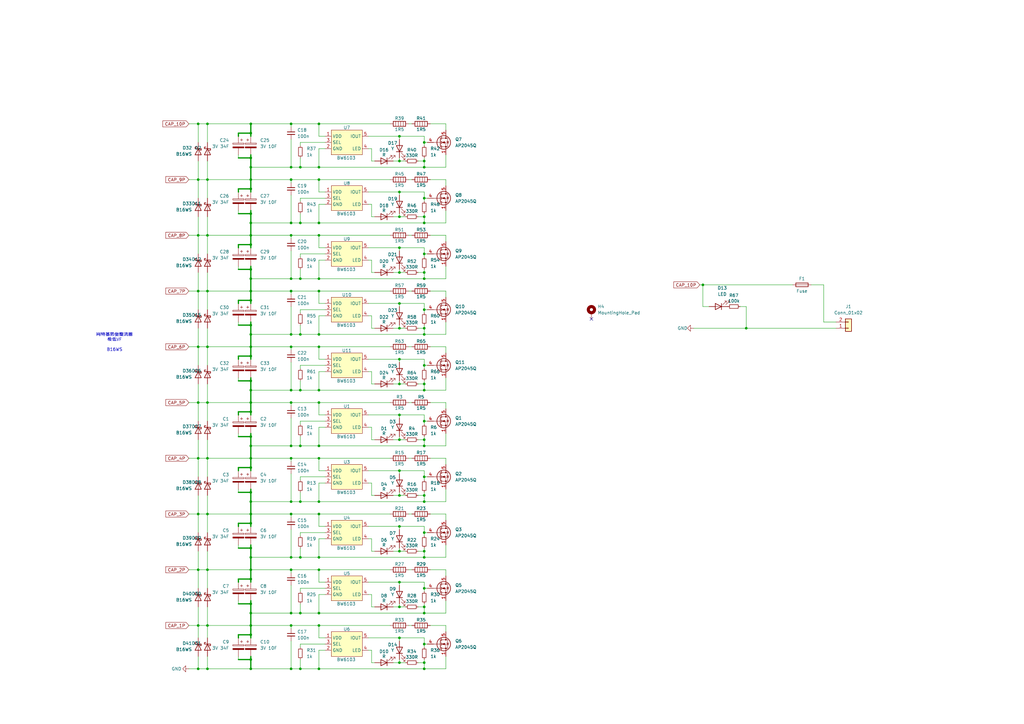
<source format=kicad_sch>
(kicad_sch (version 20231120) (generator "eeschema") (generator_version "8.0")
  (paper "A3")
  (junction (at 102.87 110.49))
  (junction (at 173.99 172.72))
  (junction (at 85.09 233.68))
  (junction (at 102.87 68.58))
  (junction (at 81.28 274.32))
  (junction (at 173.99 160.02))
  (junction (at 85.09 119.38))
  (junction (at 102.87 168.91))
  (junction (at 119.38 182.88))
  (junction (at 119.38 91.44))
  (junction (at 85.09 256.54))
  (junction (at 81.28 210.82))
  (junction (at 130.81 91.44))
  (junction (at 85.09 187.96))
  (junction (at 102.87 96.52))
  (junction (at 163.83 215.9))
  (junction (at 102.87 133.35))
  (junction (at 102.87 54.61))
  (junction (at 81.28 256.54))
  (junction (at 102.87 228.6))
  (junction (at 119.38 160.02))
  (junction (at 173.99 248.92))
  (junction (at 130.81 142.24))
  (junction (at 123.19 91.44))
  (junction (at 163.83 180.34))
  (junction (at 130.81 119.38))
  (junction (at 163.83 101.6))
  (junction (at 102.87 247.65))
  (junction (at 173.99 111.76))
  (junction (at 102.87 50.8))
  (junction (at 123.19 182.88))
  (junction (at 130.81 160.02))
  (junction (at 123.19 205.74))
  (junction (at 123.19 68.58))
  (junction (at 85.09 165.1))
  (junction (at 119.38 142.24))
  (junction (at 130.81 228.6))
  (junction (at 119.38 114.3))
  (junction (at 123.19 114.3))
  (junction (at 163.83 78.74))
  (junction (at 130.81 256.54))
  (junction (at 173.99 66.04))
  (junction (at 85.09 96.52))
  (junction (at 173.99 180.34))
  (junction (at 173.99 228.6))
  (junction (at 173.99 137.16))
  (junction (at 81.28 142.24))
  (junction (at 173.99 149.86))
  (junction (at 102.87 77.47))
  (junction (at 173.99 251.46))
  (junction (at 119.38 165.1))
  (junction (at 163.83 111.76))
  (junction (at 130.81 205.74))
  (junction (at 102.87 146.05))
  (junction (at 102.87 187.96))
  (junction (at 163.83 261.62))
  (junction (at 163.83 66.04))
  (junction (at 173.99 195.58))
  (junction (at 119.38 68.58))
  (junction (at 173.99 205.74))
  (junction (at 173.99 157.48))
  (junction (at 102.87 224.79))
  (junction (at 173.99 58.42))
  (junction (at 85.09 210.82))
  (junction (at 163.83 170.18))
  (junction (at 102.87 205.74))
  (junction (at 163.83 55.88))
  (junction (at 130.81 68.58))
  (junction (at 102.87 251.46))
  (junction (at 163.83 124.46))
  (junction (at 102.87 160.02))
  (junction (at 173.99 218.44))
  (junction (at 130.81 251.46))
  (junction (at 173.99 127))
  (junction (at 102.87 179.07))
  (junction (at 102.87 142.24))
  (junction (at 102.87 237.49))
  (junction (at 102.87 119.38))
  (junction (at 173.99 91.44))
  (junction (at 85.09 142.24))
  (junction (at 102.87 214.63))
  (junction (at 85.09 50.8))
  (junction (at 130.81 73.66))
  (junction (at 123.19 228.6))
  (junction (at 163.83 271.78))
  (junction (at 123.19 274.32))
  (junction (at 163.83 88.9))
  (junction (at 123.19 137.16))
  (junction (at 173.99 114.3))
  (junction (at 119.38 210.82))
  (junction (at 119.38 274.32))
  (junction (at 81.28 96.52))
  (junction (at 119.38 251.46))
  (junction (at 173.99 68.58))
  (junction (at 173.99 203.2))
  (junction (at 102.87 100.33))
  (junction (at 102.87 123.19))
  (junction (at 173.99 88.9))
  (junction (at 102.87 165.1))
  (junction (at 130.81 165.1))
  (junction (at 306.07 134.62))
  (junction (at 102.87 201.93))
  (junction (at 119.38 187.96))
  (junction (at 163.83 134.62))
  (junction (at 123.19 251.46))
  (junction (at 173.99 104.14))
  (junction (at 163.83 226.06))
  (junction (at 130.81 96.52))
  (junction (at 163.83 203.2))
  (junction (at 163.83 193.04))
  (junction (at 81.28 119.38))
  (junction (at 130.81 182.88))
  (junction (at 102.87 191.77))
  (junction (at 102.87 260.35))
  (junction (at 173.99 81.28))
  (junction (at 81.28 165.1))
  (junction (at 102.87 210.82))
  (junction (at 102.87 114.3))
  (junction (at 173.99 264.16))
  (junction (at 102.87 256.54))
  (junction (at 130.81 137.16))
  (junction (at 119.38 228.6))
  (junction (at 130.81 114.3))
  (junction (at 173.99 241.3))
  (junction (at 163.83 147.32))
  (junction (at 130.81 50.8))
  (junction (at 173.99 134.62))
  (junction (at 130.81 274.32))
  (junction (at 119.38 73.66))
  (junction (at 163.83 157.48))
  (junction (at 85.09 73.66))
  (junction (at 102.87 274.32))
  (junction (at 119.38 233.68))
  (junction (at 81.28 50.8))
  (junction (at 173.99 274.32))
  (junction (at 119.38 205.74))
  (junction (at 119.38 96.52))
  (junction (at 130.81 210.82))
  (junction (at 102.87 64.77))
  (junction (at 123.19 160.02))
  (junction (at 81.28 73.66))
  (junction (at 119.38 256.54))
  (junction (at 163.83 248.92))
  (junction (at 119.38 137.16))
  (junction (at 163.83 238.76))
  (junction (at 102.87 73.66))
  (junction (at 102.87 137.16))
  (junction (at 102.87 182.88))
  (junction (at 81.28 233.68))
  (junction (at 85.09 274.32))
  (junction (at 102.87 270.51))
  (junction (at 119.38 50.8))
  (junction (at 102.87 233.68))
  (junction (at 81.28 187.96))
  (junction (at 130.81 187.96))
  (junction (at 130.81 233.68))
  (junction (at 173.99 182.88))
  (junction (at 119.38 119.38))
  (junction (at 102.87 87.63))
  (junction (at 173.99 271.78))
  (junction (at 102.87 156.21))
  (junction (at 102.87 91.44))
  (junction (at 173.99 226.06))
  (junction (at 288.29 116.84))
  (no_connect (at 242.57 130.81))
  (wire (pts (xy 152.4 271.78) (xy 152.4 266.7)))
  (wire (pts (xy 85.09 203.2) (xy 85.09 210.82)))
  (wire (pts (xy 97.79 170.18) (xy 97.79 168.91)) (stroke (width 0.508)))
  (wire (pts (xy 119.38 233.68) (xy 119.38 234.95)))
  (wire (pts (xy 152.4 226.06) (xy 153.67 226.06)))
  (wire (pts (xy 123.19 195.58) (xy 123.19 196.85)))
  (wire (pts (xy 102.87 224.79) (xy 102.87 228.6)) (stroke (width 0.508)))
  (wire (pts (xy 133.35 149.86) (xy 123.19 149.86)))
  (wire (pts (xy 173.99 127) (xy 175.26 127)))
  (wire (pts (xy 163.83 64.77) (xy 163.83 66.04)))
  (wire (pts (xy 85.09 50.8) (xy 102.87 50.8)))
  (wire (pts (xy 163.83 217.17) (xy 163.83 215.9)))
  (wire (pts (xy 130.81 83.82) (xy 133.35 83.82)))
  (wire (pts (xy 130.81 165.1) (xy 130.81 170.18)))
  (wire (pts (xy 173.99 78.74) (xy 173.99 81.28)))
  (wire (pts (xy 171.45 226.06) (xy 173.99 226.06)))
  (wire (pts (xy 81.28 111.76) (xy 81.28 119.38)))
  (wire (pts (xy 97.79 214.63) (xy 102.87 214.63)) (stroke (width 0.508)))
  (wire (pts (xy 173.99 160.02) (xy 182.88 160.02)))
  (wire (pts (xy 163.83 179.07) (xy 163.83 180.34)))
  (wire (pts (xy 102.87 269.24) (xy 102.87 270.51)) (stroke (width 0.508)))
  (wire (pts (xy 119.38 80.01) (xy 119.38 91.44)))
  (wire (pts (xy 81.28 233.68) (xy 81.28 241.3)))
  (wire (pts (xy 102.87 187.96) (xy 102.87 191.77)) (stroke (width 0.508)))
  (wire (pts (xy 119.38 187.96) (xy 119.38 189.23)))
  (wire (pts (xy 85.09 134.62) (xy 85.09 142.24)))
  (wire (pts (xy 102.87 91.44) (xy 102.87 96.52)) (stroke (width 0.508)))
  (wire (pts (xy 102.87 177.8) (xy 102.87 179.07)) (stroke (width 0.508)))
  (wire (pts (xy 102.87 210.82) (xy 119.38 210.82)))
  (wire (pts (xy 173.99 151.13) (xy 173.99 149.86)))
  (wire (pts (xy 168.91 210.82) (xy 167.64 210.82)))
  (wire (pts (xy 97.79 63.5) (xy 97.79 64.77)))
  (wire (pts (xy 130.81 187.96) (xy 130.81 193.04)))
  (wire (pts (xy 102.87 233.68) (xy 119.38 233.68)))
  (wire (pts (xy 102.87 201.93) (xy 102.87 205.74)) (stroke (width 0.508)))
  (wire (pts (xy 133.35 218.44) (xy 123.19 218.44)))
  (wire (pts (xy 171.45 88.9) (xy 173.99 88.9)))
  (wire (pts (xy 119.38 217.17) (xy 119.38 228.6)))
  (wire (pts (xy 173.99 241.3) (xy 175.26 241.3)))
  (wire (pts (xy 97.79 238.76) (xy 97.79 237.49)) (stroke (width 0.508)))
  (wire (pts (xy 119.38 210.82) (xy 130.81 210.82)))
  (wire (pts (xy 173.99 205.74) (xy 182.88 205.74)))
  (wire (pts (xy 182.88 210.82) (xy 176.53 210.82)))
  (wire (pts (xy 182.88 86.36) (xy 182.88 91.44)))
  (wire (pts (xy 173.99 149.86) (xy 175.26 149.86)))
  (wire (pts (xy 168.91 256.54) (xy 167.64 256.54)))
  (wire (pts (xy 77.47 187.96) (xy 81.28 187.96)))
  (wire (pts (xy 119.38 50.8) (xy 119.38 52.07)))
  (wire (pts (xy 161.29 203.2) (xy 163.83 203.2)))
  (wire (pts (xy 182.88 50.8) (xy 176.53 50.8)))
  (wire (pts (xy 130.81 256.54) (xy 130.81 261.62)))
  (wire (pts (xy 163.83 147.32) (xy 173.99 147.32)))
  (wire (pts (xy 123.19 137.16) (xy 130.81 137.16)))
  (wire (pts (xy 130.81 68.58) (xy 173.99 68.58)))
  (wire (pts (xy 97.79 123.19) (xy 102.87 123.19)) (stroke (width 0.508)))
  (wire (pts (xy 102.87 168.91) (xy 102.87 170.18)) (stroke (width 0.508)))
  (wire (pts (xy 85.09 119.38) (xy 85.09 127)))
  (wire (pts (xy 85.09 73.66) (xy 85.09 81.28)))
  (wire (pts (xy 102.87 237.49) (xy 102.87 238.76)) (stroke (width 0.508)))
  (wire (pts (xy 168.91 187.96) (xy 167.64 187.96)))
  (wire (pts (xy 102.87 165.1) (xy 102.87 168.91)) (stroke (width 0.508)))
  (wire (pts (xy 182.88 187.96) (xy 176.53 187.96)))
  (wire (pts (xy 152.4 266.7) (xy 151.13 266.7)))
  (wire (pts (xy 130.81 91.44) (xy 173.99 91.44)))
  (wire (pts (xy 182.88 269.24) (xy 182.88 274.32)))
  (wire (pts (xy 163.83 80.01) (xy 163.83 78.74)))
  (wire (pts (xy 81.28 134.62) (xy 81.28 142.24)))
  (wire (pts (xy 123.19 68.58) (xy 130.81 68.58)))
  (wire (pts (xy 163.83 156.21) (xy 163.83 157.48)))
  (wire (pts (xy 85.09 96.52) (xy 102.87 96.52)))
  (wire (pts (xy 182.88 177.8) (xy 182.88 182.88)))
  (wire (pts (xy 85.09 119.38) (xy 102.87 119.38)))
  (wire (pts (xy 152.4 203.2) (xy 153.67 203.2)))
  (wire (pts (xy 102.87 154.94) (xy 102.87 156.21)) (stroke (width 0.508)))
  (wire (pts (xy 173.99 128.27) (xy 173.99 127)))
  (wire (pts (xy 119.38 240.03) (xy 119.38 251.46)))
  (wire (pts (xy 182.88 154.94) (xy 182.88 160.02)))
  (wire (pts (xy 163.83 171.45) (xy 163.83 170.18)))
  (wire (pts (xy 182.88 53.34) (xy 182.88 50.8)))
  (wire (pts (xy 97.79 86.36) (xy 97.79 87.63)))
  (wire (pts (xy 182.88 236.22) (xy 182.88 233.68)))
  (wire (pts (xy 171.45 271.78) (xy 173.99 271.78)))
  (wire (pts (xy 130.81 119.38) (xy 130.81 124.46)))
  (wire (pts (xy 163.83 194.31) (xy 163.83 193.04)))
  (wire (pts (xy 151.13 193.04) (xy 163.83 193.04)))
  (wire (pts (xy 152.4 60.96) (xy 151.13 60.96)))
  (wire (pts (xy 97.79 55.88) (xy 97.79 54.61)) (stroke (width 0.508)))
  (wire (pts (xy 123.19 205.74) (xy 130.81 205.74)))
  (wire (pts (xy 130.81 233.68) (xy 160.02 233.68)))
  (wire (pts (xy 130.81 228.6) (xy 173.99 228.6)))
  (wire (pts (xy 119.38 73.66) (xy 130.81 73.66)))
  (wire (pts (xy 102.87 182.88) (xy 119.38 182.88)))
  (wire (pts (xy 81.28 142.24) (xy 81.28 149.86)))
  (wire (pts (xy 102.87 68.58) (xy 119.38 68.58)))
  (wire (pts (xy 102.87 142.24) (xy 102.87 146.05)) (stroke (width 0.508)))
  (wire (pts (xy 182.88 259.08) (xy 182.88 256.54)))
  (wire (pts (xy 168.91 233.68) (xy 167.64 233.68)))
  (wire (pts (xy 97.79 78.74) (xy 97.79 77.47)) (stroke (width 0.508)))
  (wire (pts (xy 102.87 114.3) (xy 102.87 119.38)) (stroke (width 0.508)))
  (wire (pts (xy 152.4 157.48) (xy 152.4 152.4)))
  (wire (pts (xy 119.38 148.59) (xy 119.38 160.02)))
  (wire (pts (xy 97.79 87.63) (xy 102.87 87.63)) (stroke (width 0.508)))
  (wire (pts (xy 173.99 134.62) (xy 173.99 137.16)))
  (wire (pts (xy 130.81 55.88) (xy 133.35 55.88)))
  (wire (pts (xy 97.79 193.04) (xy 97.79 191.77)) (stroke (width 0.508)))
  (wire (pts (xy 97.79 54.61) (xy 102.87 54.61)) (stroke (width 0.508)))
  (wire (pts (xy 173.99 271.78) (xy 173.99 274.32)))
  (wire (pts (xy 173.99 170.18) (xy 173.99 172.72)))
  (wire (pts (xy 119.38 262.89) (xy 119.38 274.32)))
  (wire (pts (xy 163.83 110.49) (xy 163.83 111.76)))
  (wire (pts (xy 85.09 73.66) (xy 102.87 73.66)))
  (wire (pts (xy 119.38 274.32) (xy 123.19 274.32)))
  (wire (pts (xy 102.87 247.65) (xy 102.87 251.46)) (stroke (width 0.508)))
  (wire (pts (xy 130.81 147.32) (xy 133.35 147.32)))
  (wire (pts (xy 133.35 264.16) (xy 123.19 264.16)))
  (wire (pts (xy 97.79 132.08) (xy 97.79 133.35)))
  (wire (pts (xy 130.81 106.68) (xy 130.81 114.3)))
  (wire (pts (xy 163.83 247.65) (xy 163.83 248.92)))
  (wire (pts (xy 163.83 134.62) (xy 166.37 134.62)))
  (wire (pts (xy 152.4 111.76) (xy 152.4 106.68)))
  (wire (pts (xy 123.19 247.65) (xy 123.19 251.46)))
  (wire (pts (xy 152.4 88.9) (xy 152.4 83.82)))
  (wire (pts (xy 97.79 146.05) (xy 102.87 146.05)) (stroke (width 0.508)))
  (wire (pts (xy 163.83 240.03) (xy 163.83 238.76)))
  (wire (pts (xy 119.38 251.46) (xy 123.19 251.46)))
  (wire (pts (xy 77.47 210.82) (xy 81.28 210.82)))
  (wire (pts (xy 123.19 64.77) (xy 123.19 68.58)))
  (wire (pts (xy 152.4 243.84) (xy 151.13 243.84)))
  (wire (pts (xy 81.28 233.68) (xy 85.09 233.68)))
  (wire (pts (xy 119.38 142.24) (xy 119.38 143.51)))
  (wire (pts (xy 152.4 129.54) (xy 151.13 129.54)))
  (wire (pts (xy 81.28 165.1) (xy 81.28 172.72)))
  (wire (pts (xy 119.38 125.73) (xy 119.38 137.16)))
  (wire (pts (xy 130.81 96.52) (xy 160.02 96.52)))
  (wire (pts (xy 133.35 81.28) (xy 123.19 81.28)))
  (wire (pts (xy 151.13 238.76) (xy 163.83 238.76)))
  (wire (pts (xy 81.28 66.04) (xy 81.28 73.66)))
  (wire (pts (xy 119.38 160.02) (xy 123.19 160.02)))
  (wire (pts (xy 130.81 60.96) (xy 130.81 68.58)))
  (wire (pts (xy 123.19 160.02) (xy 130.81 160.02)))
  (wire (pts (xy 97.79 269.24) (xy 97.79 270.51)))
  (wire (pts (xy 332.74 116.84) (xy 337.82 116.84)))
  (wire (pts (xy 130.81 238.76) (xy 133.35 238.76)))
  (wire (pts (xy 130.81 215.9) (xy 133.35 215.9)))
  (wire (pts (xy 168.91 119.38) (xy 167.64 119.38)))
  (wire (pts (xy 168.91 50.8) (xy 167.64 50.8)))
  (wire (pts (xy 152.4 248.92) (xy 152.4 243.84)))
  (wire (pts (xy 85.09 210.82) (xy 85.09 218.44)))
  (wire (pts (xy 85.09 226.06) (xy 85.09 233.68)))
  (wire (pts (xy 119.38 182.88) (xy 123.19 182.88)))
  (wire (pts (xy 152.4 248.92) (xy 153.67 248.92)))
  (wire (pts (xy 173.99 172.72) (xy 175.26 172.72)))
  (wire (pts (xy 182.88 142.24) (xy 176.53 142.24)))
  (wire (pts (xy 173.99 226.06) (xy 173.99 228.6)))
  (wire (pts (xy 102.87 137.16) (xy 119.38 137.16)))
  (wire (pts (xy 130.81 73.66) (xy 160.02 73.66)))
  (wire (pts (xy 81.28 73.66) (xy 81.28 81.28)))
  (wire (pts (xy 85.09 187.96) (xy 85.09 195.58)))
  (wire (pts (xy 151.13 124.46) (xy 163.83 124.46)))
  (wire (pts (xy 123.19 87.63) (xy 123.19 91.44)))
  (wire (pts (xy 102.87 142.24) (xy 119.38 142.24)))
  (wire (pts (xy 182.88 96.52) (xy 176.53 96.52)))
  (wire (pts (xy 81.28 210.82) (xy 85.09 210.82)))
  (wire (pts (xy 97.79 156.21) (xy 102.87 156.21)) (stroke (width 0.508)))
  (wire (pts (xy 119.38 233.68) (xy 130.81 233.68)))
  (wire (pts (xy 163.83 270.51) (xy 163.83 271.78)))
  (wire (pts (xy 161.29 180.34) (xy 163.83 180.34)))
  (wire (pts (xy 102.87 246.38) (xy 102.87 247.65)) (stroke (width 0.508)))
  (wire (pts (xy 152.4 83.82) (xy 151.13 83.82)))
  (wire (pts (xy 130.81 101.6) (xy 133.35 101.6)))
  (wire (pts (xy 119.38 228.6) (xy 123.19 228.6)))
  (wire (pts (xy 182.88 233.68) (xy 176.53 233.68)))
  (wire (pts (xy 163.83 180.34) (xy 166.37 180.34)))
  (wire (pts (xy 182.88 246.38) (xy 182.88 251.46)))
  (wire (pts (xy 119.38 256.54) (xy 119.38 257.81)))
  (wire (pts (xy 102.87 86.36) (xy 102.87 87.63)) (stroke (width 0.508)))
  (wire (pts (xy 119.38 119.38) (xy 130.81 119.38)))
  (wire (pts (xy 284.48 134.62) (xy 306.07 134.62)))
  (wire (pts (xy 102.87 205.74) (xy 119.38 205.74)))
  (wire (pts (xy 152.4 66.04) (xy 152.4 60.96)))
  (wire (pts (xy 163.83 133.35) (xy 163.83 134.62)))
  (wire (pts (xy 152.4 111.76) (xy 153.67 111.76)))
  (wire (pts (xy 130.81 137.16) (xy 173.99 137.16)))
  (wire (pts (xy 152.4 203.2) (xy 152.4 198.12)))
  (wire (pts (xy 130.81 261.62) (xy 133.35 261.62)))
  (wire (pts (xy 85.09 256.54) (xy 85.09 261.62)))
  (wire (pts (xy 173.99 68.58) (xy 182.88 68.58)))
  (wire (pts (xy 123.19 149.86) (xy 123.19 151.13)))
  (wire (pts (xy 102.87 91.44) (xy 119.38 91.44)))
  (wire (pts (xy 161.29 111.76) (xy 163.83 111.76)))
  (wire (pts (xy 119.38 187.96) (xy 130.81 187.96)))
  (wire (pts (xy 130.81 220.98) (xy 130.81 228.6)))
  (wire (pts (xy 152.4 220.98) (xy 151.13 220.98)))
  (wire (pts (xy 182.88 119.38) (xy 176.53 119.38)))
  (wire (pts (xy 171.45 248.92) (xy 173.99 248.92)))
  (wire (pts (xy 102.87 96.52) (xy 119.38 96.52)))
  (wire (pts (xy 133.35 172.72) (xy 123.19 172.72)))
  (wire (pts (xy 130.81 60.96) (xy 133.35 60.96)))
  (wire (pts (xy 130.81 187.96) (xy 160.02 187.96)))
  (wire (pts (xy 85.09 180.34) (xy 85.09 187.96)))
  (wire (pts (xy 119.38 256.54) (xy 130.81 256.54)))
  (wire (pts (xy 303.53 125.73) (xy 306.07 125.73)))
  (wire (pts (xy 288.29 125.73) (xy 288.29 116.84)))
  (wire (pts (xy 102.87 179.07) (xy 102.87 182.88)) (stroke (width 0.508)))
  (wire (pts (xy 102.87 87.63) (xy 102.87 91.44)) (stroke (width 0.508)))
  (wire (pts (xy 77.47 50.8) (xy 81.28 50.8)))
  (wire (pts (xy 85.09 96.52) (xy 85.09 104.14)))
  (wire (pts (xy 102.87 165.1) (xy 119.38 165.1)))
  (wire (pts (xy 130.81 129.54) (xy 133.35 129.54)))
  (wire (pts (xy 97.79 191.77) (xy 102.87 191.77)) (stroke (width 0.508)))
  (wire (pts (xy 182.88 99.06) (xy 182.88 96.52)))
  (wire (pts (xy 130.81 170.18) (xy 133.35 170.18)))
  (wire (pts (xy 77.47 142.24) (xy 81.28 142.24)))
  (wire (pts (xy 130.81 160.02) (xy 173.99 160.02)))
  (wire (pts (xy 152.4 180.34) (xy 152.4 175.26)))
  (wire (pts (xy 133.35 241.3) (xy 123.19 241.3)))
  (wire (pts (xy 163.83 101.6) (xy 173.99 101.6)))
  (wire (pts (xy 182.88 63.5) (xy 182.88 68.58)))
  (wire (pts (xy 168.91 165.1) (xy 167.64 165.1)))
  (wire (pts (xy 152.4 134.62) (xy 153.67 134.62)))
  (wire (pts (xy 97.79 124.46) (xy 97.79 123.19)) (stroke (width 0.508)))
  (wire (pts (xy 173.99 228.6) (xy 182.88 228.6)))
  (wire (pts (xy 102.87 160.02) (xy 102.87 165.1)) (stroke (width 0.508)))
  (wire (pts (xy 173.99 203.2) (xy 173.99 205.74)))
  (wire (pts (xy 123.19 58.42) (xy 123.19 59.69)))
  (wire (pts (xy 130.81 243.84) (xy 130.81 251.46)))
  (wire (pts (xy 161.29 134.62) (xy 163.83 134.62)))
  (wire (pts (xy 123.19 172.72) (xy 123.19 173.99)))
  (wire (pts (xy 85.09 187.96) (xy 102.87 187.96)))
  (wire (pts (xy 102.87 54.61) (xy 102.87 55.88)) (stroke (width 0.508)))
  (wire (pts (xy 102.87 64.77) (xy 102.87 68.58)) (stroke (width 0.508)))
  (wire (pts (xy 102.87 73.66) (xy 102.87 77.47)) (stroke (width 0.508)))
  (wire (pts (xy 171.45 157.48) (xy 173.99 157.48)))
  (wire (pts (xy 85.09 248.92) (xy 85.09 256.54)))
  (wire (pts (xy 81.28 187.96) (xy 85.09 187.96)))
  (wire (pts (xy 123.19 179.07) (xy 123.19 182.88)))
  (wire (pts (xy 97.79 100.33) (xy 102.87 100.33)) (stroke (width 0.508)))
  (wire (pts (xy 173.99 251.46) (xy 182.88 251.46)))
  (wire (pts (xy 163.83 248.92) (xy 166.37 248.92)))
  (wire (pts (xy 306.07 125.73) (xy 306.07 134.62)))
  (wire (pts (xy 130.81 266.7) (xy 133.35 266.7)))
  (wire (pts (xy 102.87 156.21) (xy 102.87 160.02)) (stroke (width 0.508)))
  (wire (pts (xy 102.87 119.38) (xy 102.87 123.19)) (stroke (width 0.508)))
  (wire (pts (xy 123.19 133.35) (xy 123.19 137.16)))
  (wire (pts (xy 290.83 125.73) (xy 288.29 125.73)))
  (wire (pts (xy 163.83 148.59) (xy 163.83 147.32)))
  (wire (pts (xy 102.87 114.3) (xy 119.38 114.3)))
  (wire (pts (xy 102.87 100.33) (xy 102.87 101.6)) (stroke (width 0.508)))
  (wire (pts (xy 173.99 157.48) (xy 173.99 160.02)))
  (wire (pts (xy 151.13 55.88) (xy 163.83 55.88)))
  (wire (pts (xy 151.13 261.62) (xy 163.83 261.62)))
  (wire (pts (xy 81.28 50.8) (xy 85.09 50.8)))
  (wire (pts (xy 130.81 129.54) (xy 130.81 137.16)))
  (wire (pts (xy 97.79 200.66) (xy 97.79 201.93)))
  (wire (pts (xy 85.09 88.9) (xy 85.09 96.52)))
  (wire (pts (xy 81.28 180.34) (xy 81.28 187.96)))
  (wire (pts (xy 173.99 215.9) (xy 173.99 218.44)))
  (wire (pts (xy 182.88 200.66) (xy 182.88 205.74)))
  (wire (pts (xy 151.13 78.74) (xy 163.83 78.74)))
  (wire (pts (xy 102.87 68.58) (xy 102.87 73.66)) (stroke (width 0.508)))
  (wire (pts (xy 173.99 111.76) (xy 173.99 114.3)))
  (wire (pts (xy 119.38 165.1) (xy 130.81 165.1)))
  (wire (pts (xy 77.47 274.32) (xy 81.28 274.32)))
  (wire (pts (xy 102.87 270.51) (xy 102.87 274.32)) (stroke (width 0.508)))
  (wire (pts (xy 173.99 224.79) (xy 173.99 226.06)))
  (wire (pts (xy 81.28 248.92) (xy 81.28 256.54)))
  (wire (pts (xy 182.88 132.08) (xy 182.88 137.16)))
  (wire (pts (xy 152.4 134.62) (xy 152.4 129.54)))
  (wire (pts (xy 123.19 81.28) (xy 123.19 82.55)))
  (wire (pts (xy 81.28 165.1) (xy 85.09 165.1)))
  (wire (pts (xy 173.99 88.9) (xy 173.99 91.44)))
  (wire (pts (xy 152.4 66.04) (xy 153.67 66.04)))
  (wire (pts (xy 163.83 271.78) (xy 166.37 271.78)))
  (wire (pts (xy 123.19 201.93) (xy 123.19 205.74)))
  (wire (pts (xy 102.87 73.66) (xy 119.38 73.66)))
  (wire (pts (xy 152.4 88.9) (xy 153.67 88.9)))
  (wire (pts (xy 81.28 157.48) (xy 81.28 165.1)))
  (wire (pts (xy 85.09 233.68) (xy 85.09 241.3)))
  (wire (pts (xy 168.91 73.66) (xy 167.64 73.66)))
  (wire (pts (xy 97.79 261.62) (xy 97.79 260.35)) (stroke (width 0.508)))
  (wire (pts (xy 77.47 256.54) (xy 81.28 256.54)))
  (wire (pts (xy 130.81 73.66) (xy 130.81 78.74)))
  (wire (pts (xy 119.38 194.31) (xy 119.38 205.74)))
  (wire (pts (xy 173.99 180.34) (xy 173.99 182.88)))
  (wire (pts (xy 119.38 165.1) (xy 119.38 166.37)))
  (wire (pts (xy 163.83 215.9) (xy 173.99 215.9)))
  (wire (pts (xy 182.88 223.52) (xy 182.88 228.6)))
  (wire (pts (xy 85.09 157.48) (xy 85.09 165.1)))
  (wire (pts (xy 97.79 246.38) (xy 97.79 247.65)))
  (wire (pts (xy 173.99 182.88) (xy 182.88 182.88)))
  (wire (pts (xy 102.87 109.22) (xy 102.87 110.49)) (stroke (width 0.508)))
  (wire (pts (xy 182.88 190.5) (xy 182.88 187.96)))
  (wire (pts (xy 123.19 264.16) (xy 123.19 265.43)))
  (wire (pts (xy 102.87 119.38) (xy 119.38 119.38)))
  (wire (pts (xy 173.99 147.32) (xy 173.99 149.86)))
  (wire (pts (xy 102.87 110.49) (xy 102.87 114.3)) (stroke (width 0.508)))
  (wire (pts (xy 173.99 133.35) (xy 173.99 134.62)))
  (wire (pts (xy 81.28 256.54) (xy 81.28 261.62)))
  (wire (pts (xy 102.87 228.6) (xy 102.87 233.68)) (stroke (width 0.508)))
  (wire (pts (xy 173.99 105.41) (xy 173.99 104.14)))
  (wire (pts (xy 171.45 180.34) (xy 173.99 180.34)))
  (wire (pts (xy 163.83 261.62) (xy 173.99 261.62)))
  (wire (pts (xy 119.38 210.82) (xy 119.38 212.09)))
  (wire (pts (xy 173.99 58.42) (xy 175.26 58.42)))
  (wire (pts (xy 173.99 201.93) (xy 173.99 203.2)))
  (wire (pts (xy 97.79 260.35) (xy 102.87 260.35)) (stroke (width 0.508)))
  (wire (pts (xy 151.13 170.18) (xy 163.83 170.18)))
  (wire (pts (xy 97.79 77.47) (xy 102.87 77.47)) (stroke (width 0.508)))
  (wire (pts (xy 123.19 110.49) (xy 123.19 114.3)))
  (wire (pts (xy 123.19 241.3) (xy 123.19 242.57)))
  (wire (pts (xy 85.09 256.54) (xy 102.87 256.54)))
  (wire (pts (xy 163.83 157.48) (xy 166.37 157.48)))
  (wire (pts (xy 102.87 137.16) (xy 102.87 142.24)) (stroke (width 0.508)))
  (wire (pts (xy 85.09 233.68) (xy 102.87 233.68)))
  (wire (pts (xy 173.99 219.71) (xy 173.99 218.44)))
  (wire (pts (xy 173.99 91.44) (xy 182.88 91.44)))
  (wire (pts (xy 97.79 110.49) (xy 102.87 110.49)) (stroke (width 0.508)))
  (wire (pts (xy 130.81 251.46) (xy 173.99 251.46)))
  (wire (pts (xy 81.28 203.2) (xy 81.28 210.82)))
  (wire (pts (xy 130.81 220.98) (xy 133.35 220.98)))
  (wire (pts (xy 119.38 171.45) (xy 119.38 182.88)))
  (wire (pts (xy 161.29 66.04) (xy 163.83 66.04)))
  (wire (pts (xy 85.09 111.76) (xy 85.09 119.38)))
  (wire (pts (xy 130.81 119.38) (xy 160.02 119.38)))
  (wire (pts (xy 130.81 106.68) (xy 133.35 106.68)))
  (wire (pts (xy 163.83 125.73) (xy 163.83 124.46)))
  (wire (pts (xy 119.38 96.52) (xy 119.38 97.79)))
  (wire (pts (xy 182.88 256.54) (xy 176.53 256.54)))
  (wire (pts (xy 173.99 238.76) (xy 173.99 241.3)))
  (wire (pts (xy 288.29 116.84) (xy 325.12 116.84)))
  (wire (pts (xy 102.87 205.74) (xy 102.87 210.82)) (stroke (width 0.508)))
  (wire (pts (xy 133.35 195.58) (xy 123.19 195.58)))
  (wire (pts (xy 130.81 165.1) (xy 160.02 165.1)))
  (wire (pts (xy 119.38 119.38) (xy 119.38 120.65)))
  (wire (pts (xy 173.99 64.77) (xy 173.99 66.04)))
  (wire (pts (xy 119.38 50.8) (xy 130.81 50.8)))
  (wire (pts (xy 102.87 228.6) (xy 119.38 228.6)))
  (wire (pts (xy 182.88 109.22) (xy 182.88 114.3)))
  (wire (pts (xy 163.83 88.9) (xy 166.37 88.9)))
  (wire (pts (xy 163.83 102.87) (xy 163.83 101.6)))
  (wire (pts (xy 77.47 233.68) (xy 81.28 233.68)))
  (wire (pts (xy 123.19 224.79) (xy 123.19 228.6)))
  (wire (pts (xy 130.81 78.74) (xy 133.35 78.74)))
  (wire (pts (xy 81.28 256.54) (xy 85.09 256.54)))
  (wire (pts (xy 163.83 224.79) (xy 163.83 226.06)))
  (wire (pts (xy 182.88 213.36) (xy 182.88 210.82)))
  (wire (pts (xy 81.28 187.96) (xy 81.28 195.58)))
  (wire (pts (xy 168.91 96.52) (xy 167.64 96.52)))
  (wire (pts (xy 123.19 182.88) (xy 130.81 182.88)))
  (wire (pts (xy 102.87 77.47) (xy 102.87 78.74)) (stroke (width 0.508)))
  (wire (pts (xy 81.28 210.82) (xy 81.28 218.44)))
  (wire (pts (xy 130.81 193.04) (xy 133.35 193.04)))
  (wire (pts (xy 161.29 157.48) (xy 163.83 157.48)))
  (wire (pts (xy 81.28 73.66) (xy 85.09 73.66)))
  (wire (pts (xy 81.28 269.24) (xy 81.28 274.32)))
  (wire (pts (xy 173.99 264.16) (xy 175.26 264.16)))
  (wire (pts (xy 102.87 133.35) (xy 102.87 137.16)) (stroke (width 0.508)))
  (wire (pts (xy 306.07 134.62) (xy 342.9 134.62)))
  (wire (pts (xy 133.35 127) (xy 123.19 127)))
  (wire (pts (xy 85.09 210.82) (xy 102.87 210.82)))
  (wire (pts (xy 171.45 66.04) (xy 173.99 66.04)))
  (wire (pts (xy 152.4 198.12) (xy 151.13 198.12)))
  (wire (pts (xy 102.87 274.32) (xy 119.38 274.32)))
  (wire (pts (xy 152.4 106.68) (xy 151.13 106.68)))
  (wire (pts (xy 152.4 175.26) (xy 151.13 175.26)))
  (wire (pts (xy 151.13 215.9) (xy 163.83 215.9)))
  (wire (pts (xy 81.28 50.8) (xy 81.28 58.42)))
  (wire (pts (xy 102.87 251.46) (xy 102.87 256.54)) (stroke (width 0.508)))
  (wire (pts (xy 130.81 96.52) (xy 130.81 101.6)))
  (wire (pts (xy 119.38 142.24) (xy 130.81 142.24)))
  (wire (pts (xy 130.81 233.68) (xy 130.81 238.76)))
  (wire (pts (xy 81.28 96.52) (xy 85.09 96.52)))
  (wire (pts (xy 173.99 179.07) (xy 173.99 180.34)))
  (wire (pts (xy 81.28 274.32) (xy 85.09 274.32)))
  (wire (pts (xy 102.87 146.05) (xy 102.87 147.32)) (stroke (width 0.508)))
  (wire (pts (xy 182.88 167.64) (xy 182.88 165.1)))
  (wire (pts (xy 97.79 147.32) (xy 97.79 146.05)) (stroke (width 0.508)))
  (wire (pts (xy 123.19 91.44) (xy 130.81 91.44)))
  (wire (pts (xy 102.87 160.02) (xy 119.38 160.02)))
  (wire (pts (xy 133.35 104.14) (xy 123.19 104.14)))
  (wire (pts (xy 161.29 271.78) (xy 163.83 271.78)))
  (wire (pts (xy 163.83 238.76) (xy 173.99 238.76)))
  (wire (pts (xy 173.99 195.58) (xy 175.26 195.58)))
  (wire (pts (xy 168.91 142.24) (xy 167.64 142.24)))
  (wire (pts (xy 97.79 201.93) (xy 102.87 201.93)) (stroke (width 0.508)))
  (wire (pts (xy 130.81 205.74) (xy 173.99 205.74)))
  (wire (pts (xy 119.38 114.3) (xy 123.19 114.3)))
  (wire (pts (xy 163.83 124.46) (xy 173.99 124.46)))
  (wire (pts (xy 173.99 87.63) (xy 173.99 88.9)))
  (wire (pts (xy 151.13 101.6) (xy 163.83 101.6)))
  (wire (pts (xy 161.29 88.9) (xy 163.83 88.9)))
  (wire (pts (xy 163.83 262.89) (xy 163.83 261.62)))
  (wire (pts (xy 102.87 182.88) (xy 102.87 187.96)) (stroke (width 0.508)))
  (wire (pts (xy 123.19 114.3) (xy 130.81 114.3)))
  (wire (pts (xy 152.4 157.48) (xy 153.67 157.48)))
  (wire (pts (xy 123.19 228.6) (xy 130.81 228.6)))
  (wire (pts (xy 119.38 91.44) (xy 123.19 91.44)))
  (wire (pts (xy 85.09 165.1) (xy 85.09 172.72)))
  (wire (pts (xy 163.83 66.04) (xy 166.37 66.04)))
  (wire (pts (xy 130.81 266.7) (xy 130.81 274.32)))
  (wire (pts (xy 173.99 101.6) (xy 173.99 104.14)))
  (wire (pts (xy 130.81 175.26) (xy 133.35 175.26)))
  (wire (pts (xy 173.99 114.3) (xy 182.88 114.3)))
  (wire (pts (xy 130.81 274.32) (xy 173.99 274.32)))
  (wire (pts (xy 123.19 274.32) (xy 130.81 274.32)))
  (wire (pts (xy 130.81 175.26) (xy 130.81 182.88)))
  (wire (pts (xy 130.81 114.3) (xy 173.99 114.3)))
  (wire (pts (xy 102.87 191.77) (xy 102.87 193.04)) (stroke (width 0.508)))
  (wire (pts (xy 130.81 142.24) (xy 160.02 142.24)))
  (wire (pts (xy 173.99 265.43) (xy 173.99 264.16)))
  (wire (pts (xy 182.88 144.78) (xy 182.88 142.24)))
  (wire (pts (xy 173.99 173.99) (xy 173.99 172.72)))
  (wire (pts (xy 97.79 223.52) (xy 97.79 224.79)))
  (wire (pts (xy 287.02 116.84) (xy 288.29 116.84)))
  (wire (pts (xy 163.83 170.18) (xy 173.99 170.18)))
  (wire (pts (xy 81.28 96.52) (xy 81.28 104.14)))
  (wire (pts (xy 163.83 193.04) (xy 173.99 193.04)))
  (wire (pts (xy 97.79 109.22) (xy 97.79 110.49)))
  (wire (pts (xy 130.81 124.46) (xy 133.35 124.46)))
  (wire (pts (xy 77.47 96.52) (xy 81.28 96.52)))
  (wire (pts (xy 182.88 121.92) (xy 182.88 119.38)))
  (wire (pts (xy 173.99 59.69) (xy 173.99 58.42)))
  (wire (pts (xy 173.99 248.92) (xy 173.99 251.46)))
  (wire (pts (xy 102.87 63.5) (xy 102.87 64.77)) (stroke (width 0.508)))
  (wire (pts (xy 102.87 214.63) (xy 102.87 215.9)) (stroke (width 0.508)))
  (wire (pts (xy 163.83 201.93) (xy 163.83 203.2)))
  (wire (pts (xy 130.81 50.8) (xy 130.81 55.88)))
  (wire (pts (xy 130.81 50.8) (xy 160.02 50.8)))
  (wire (pts (xy 102.87 260.35) (xy 102.87 261.62)) (stroke (width 0.508)))
  (wire (pts (xy 182.88 76.2) (xy 182.88 73.66)))
  (wire (pts (xy 97.79 224.79) (xy 102.87 224.79)) (stroke (width 0.508)))
  (wire (pts (xy 123.19 104.14) (xy 123.19 105.41)))
  (wire (pts (xy 171.45 111.76) (xy 173.99 111.76)))
  (wire (pts (xy 130.81 182.88) (xy 173.99 182.88)))
  (wire (pts (xy 161.29 248.92) (xy 163.83 248.92)))
  (wire (pts (xy 130.81 256.54) (xy 160.02 256.54)))
  (wire (pts (xy 152.4 152.4) (xy 151.13 152.4)))
  (wire (pts (xy 97.79 247.65) (xy 102.87 247.65)) (stroke (width 0.508)))
  (wire (pts (xy 123.19 270.51) (xy 123.19 274.32)))
  (wire (pts (xy 102.87 200.66) (xy 102.87 201.93)) (stroke (width 0.508)))
  (wire (pts (xy 123.19 156.21) (xy 123.19 160.02)))
  (wire (pts (xy 171.45 134.62) (xy 173.99 134.62)))
  (wire (pts (xy 97.79 270.51) (xy 102.87 270.51)) (stroke (width 0.508)))
  (wire (pts (xy 77.47 119.38) (xy 81.28 119.38)))
  (wire (pts (xy 130.81 198.12) (xy 130.81 205.74)))
  (wire (pts (xy 77.47 73.66) (xy 81.28 73.66)))
  (wire (pts (xy 173.99 261.62) (xy 173.99 264.16)))
  (wire (pts (xy 130.81 243.84) (xy 133.35 243.84)))
  (wire (pts (xy 102.87 123.19) (xy 102.87 124.46)) (stroke (width 0.508)))
  (wire (pts (xy 119.38 205.74) (xy 123.19 205.74)))
  (wire (pts (xy 123.19 251.46) (xy 130.81 251.46)))
  (wire (pts (xy 97.79 237.49) (xy 102.87 237.49)) (stroke (width 0.508)))
  (wire (pts (xy 163.83 57.15) (xy 163.83 55.88)))
  (wire (pts (xy 163.83 87.63) (xy 163.83 88.9)))
  (wire (pts (xy 102.87 256.54) (xy 102.87 260.35)) (stroke (width 0.508)))
  (wire (pts (xy 97.79 177.8) (xy 97.79 179.07)))
  (wire (pts (xy 161.29 226.06) (xy 163.83 226.06)))
  (wire (pts (xy 102.87 233.68) (xy 102.87 237.49)) (stroke (width 0.508)))
  (wire (pts (xy 102.87 50.8) (xy 102.87 54.61)) (stroke (width 0.508)))
  (wire (pts (xy 130.81 210.82) (xy 160.02 210.82)))
  (wire (pts (xy 81.28 119.38) (xy 81.28 127)))
  (wire (pts (xy 81.28 88.9) (xy 81.28 96.52)))
  (wire (pts (xy 163.83 55.88) (xy 173.99 55.88)))
  (wire (pts (xy 173.99 66.04) (xy 173.99 68.58)))
  (wire (pts (xy 173.99 82.55) (xy 173.99 81.28)))
  (wire (pts (xy 173.99 247.65) (xy 173.99 248.92)))
  (wire (pts (xy 85.09 165.1) (xy 102.87 165.1)))
  (wire (pts (xy 85.09 274.32) (xy 102.87 274.32)))
  (wire (pts (xy 133.35 58.42) (xy 123.19 58.42)))
  (wire (pts (xy 102.87 223.52) (xy 102.87 224.79)) (stroke (width 0.508)))
  (wire (pts (xy 163.83 78.74) (xy 173.99 78.74)))
  (wire (pts (xy 182.88 73.66) (xy 176.53 73.66)))
  (wire (pts (xy 119.38 137.16) (xy 123.19 137.16)))
  (wire (pts (xy 130.81 198.12) (xy 133.35 198.12)))
  (wire (pts (xy 81.28 119.38) (xy 85.09 119.38)))
  (wire (pts (xy 173.99 110.49) (xy 173.99 111.76)))
  (wire (pts (xy 173.99 104.14) (xy 175.26 104.14)))
  (wire (pts (xy 81.28 226.06) (xy 81.28 233.68)))
  (wire (pts (xy 85.09 269.24) (xy 85.09 274.32)))
  (wire (pts (xy 163.83 111.76) (xy 166.37 111.76)))
  (wire (pts (xy 173.99 196.85) (xy 173.99 195.58)))
  (wire (pts (xy 119.38 102.87) (xy 119.38 114.3)))
  (wire (pts (xy 102.87 132.08) (xy 102.87 133.35)) (stroke (width 0.508)))
  (wire (pts (xy 152.4 226.06) (xy 152.4 220.98)))
  (wire (pts (xy 173.99 55.88) (xy 173.99 58.42)))
  (wire (pts (xy 173.99 242.57) (xy 173.99 241.3)))
  (wire (pts (xy 102.87 210.82) (xy 102.87 214.63)) (stroke (width 0.508)))
  (wire (pts (xy 163.83 203.2) (xy 166.37 203.2)))
  (wire (pts (xy 130.81 152.4) (xy 130.81 160.02)))
  (wire (pts (xy 152.4 271.78) (xy 153.67 271.78)))
  (wire (pts (xy 171.45 203.2) (xy 173.99 203.2)))
  (wire (pts (xy 123.19 127) (xy 123.19 128.27)))
  (wire (pts (xy 151.13 147.32) (xy 163.83 147.32)))
  (wire (pts (xy 173.99 193.04) (xy 173.99 195.58)))
  (wire (pts (xy 102.87 251.46) (xy 119.38 251.46)))
  (wire (pts (xy 173.99 137.16) (xy 182.88 137.16)))
  (wire (pts (xy 102.87 96.52) (xy 102.87 100.33)) (stroke (width 0.508)))
  (wire (pts (xy 182.88 165.1) (xy 176.53 165.1)))
  (wire (pts (xy 97.79 179.07) (xy 102.87 179.07)) (stroke (width 0.508)))
  (wire (pts (xy 97.79 215.9) (xy 97.79 214.63)) (stroke (width 0.508)))
  (wire (pts (xy 130.81 152.4) (xy 133.35 152.4)))
  (wire (pts (xy 173.99 218.44) (xy 175.26 218.44)))
  (wire (pts (xy 163.83 226.06) (xy 166.37 226.06)))
  (wire (pts (xy 97.79 154.94) (xy 97.79 156.21)))
  (wire (pts (xy 102.87 187.96) (xy 119.38 187.96)))
  (wire (pts (xy 173.99 274.32) (xy 182.88 274.32)))
  (wire (pts (xy 77.47 165.1) (xy 81.28 165.1)))
  (wire (pts (xy 97.79 101.6) (xy 97.79 100.33)) (stroke (width 0.508)))
  (wire (pts (xy 102.87 256.54) (xy 119.38 256.54)))
  (wire (pts (xy 173.99 156.21) (xy 173.99 157.48)))
  (wire (pts (xy 119.38 68.58) (xy 123.19 68.58)))
  (wire (pts (xy 119.38 57.15) (xy 119.38 68.58)))
  (wire (pts (xy 85.09 66.04) (xy 85.09 73.66)))
  (wire (pts (xy 173.99 124.46) (xy 173.99 127)))
  (wire (pts (xy 97.79 133.35) (xy 102.87 133.35)) (stroke (width 0.508)))
  (wire (pts (xy 97.79 168.91) (xy 102.87 168.91)) (stroke (width 0.508)))
  (wire (pts (xy 119.38 73.66) (xy 119.38 74.93)))
  (wire (pts (xy 337.82 116.84) (xy 337.82 132.08)))
  (wire (pts (xy 85.09 50.8) (xy 85.09 58.42)))
  (wire (pts (xy 123.19 218.44) (xy 123.19 219.71)))
  (wire (pts (xy 173.99 270.51) (xy 173.99 271.78)))
  (wire (pts (xy 173.99 81.28) (xy 175.26 81.28)))
  (wire (pts (xy 85.09 142.24) (xy 85.09 149.86)))
  (wire (pts (xy 85.09 142.24) (xy 102.87 142.24)))
  (wire (pts (xy 102.87 50.8) (xy 119.38 50.8)))
  (wire (pts (xy 97.79 64.77) (xy 102.87 64.77)) (stroke (width 0.508)))
  (wire (pts (xy 130.81 83.82) (xy 130.81 91.44)))
  (wire (pts (xy 119.38 96.52) (xy 130.81 96.52)))
  (wire (pts (xy 337.82 132.08) (xy 342.9 132.08)))
  (wire (pts (xy 81.28 142.24) (xy 85.09 142.24)))
  (wire (pts (xy 130.81 210.82) (xy 130.81 215.9)))
  (wire (pts (xy 152.4 180.34) (xy 153.67 180.34)))
  (wire (pts (xy 130.81 142.24) (xy 130.81 147.32)))
  (text "肖特基势垒整流器\n极低VF\n\nB16WS" (at 46.99 140.462 0) (effects (font (size 1.27 1.27))))
  (global_label "CAP_3P" (shape input) (at 77.47 210.82 180) (property "Intersheetrefs" "${INTERSHEET_REFS}" (effects (hide yes))))
  (global_label "CAP_6P" (shape input) (at 77.47 142.24 180) (property "Intersheetrefs" "${INTERSHEET_REFS}" (effects (hide yes))))
  (global_label "CAP_1P" (shape input) (at 77.47 256.54 180) (property "Intersheetrefs" "${INTERSHEET_REFS}" (effects (hide yes))))
  (global_label "CAP_2P" (shape input) (at 77.47 233.68 180) (property "Intersheetrefs" "${INTERSHEET_REFS}" (effects (hide yes))))
  (global_label "CAP_9P" (shape input) (at 77.47 73.66 180) (property "Intersheetrefs" "${INTERSHEET_REFS}" (effects (hide yes))))
  (global_label "CAP_10P" (shape input) (at 287.02 116.84 180) (property "Intersheetrefs" "${INTERSHEET_REFS}" (effects (hide yes))))
  (global_label "CAP_7P" (shape input) (at 77.47 119.38 180) (property "Intersheetrefs" "${INTERSHEET_REFS}" (effects (hide yes))))
  (global_label "CAP_8P" (shape input) (at 77.47 96.52 180) (property "Intersheetrefs" "${INTERSHEET_REFS}" (effects (hide yes))))
  (global_label "CAP_5P" (shape input) (at 77.47 165.1 180) (property "Intersheetrefs" "${INTERSHEET_REFS}" (effects (hide yes))))
  (global_label "CAP_10P" (shape input) (at 77.47 50.8 180) (property "Intersheetrefs" "${INTERSHEET_REFS}" (effects (hide yes))))
  (global_label "CAP_4P" (shape input) (at 77.47 187.96 180) (property "Intersheetrefs" "${INTERSHEET_REFS}" (effects (hide yes))))
  (symbol (lib_id "Device:C_Polarized") (at 102.87 242.57 0) (unit 1)
    (property "Reference" "C8" (at 106.68 240.4109 0) (effects (justify left)))
    (property "Value" "3V 10F" (at 106.68 242.9509 0) (effects (justify left)))
    (property "Footprint" "RM25:TV1030-3R0106-R" (effects (hide yes)))
    (property "Description" "Polarized capacitor" (effects (hide yes)))
  )
  (symbol (lib_id "Device:Heater") (at 172.72 50.8 90) (unit 1)
    (property "Reference" "R41" (at 172.72 48.514 90))
    (property "Value" "1R5" (at 172.72 53.086 90))
    (property "Footprint" "Resistor_SMD:R_2512_6332Metric" (effects (hide yes)))
    (property "Description" "Resistive heater" (effects (hide yes)))
  )
  (symbol (lib_id "Device:C_Polarized") (at 97.79 128.27 0) (mirror y) (unit 1)
    (property "Reference" "C30" (at 93.98 126.1109 0) (effects (justify left)))
    (property "Value" "3V 34F" (at 93.98 128.6509 0) (effects (justify left)))
    (property "Footprint" "RM25:TV1245-3R0346-R" (effects (hide yes)))
    (property "Description" "Polarized capacitor" (effects (hide yes)))
  )
  (symbol (lib_id "Transistor_FET:CSD16327Q3") (at 180.34 127 0) (unit 1)
    (property "Reference" "Q10" (at 186.69 125.7299 0) (effects (justify left)))
    (property "Value" "AP2045Q" (at 186.69 128.2699 0) (effects (justify left)))
    (property "Footprint" "RM25:MOS_PDFN_3.3x3.3mm" (effects (hide yes)))
    (property "Datasheet" "https://www.ti.com/lit/ds/symlink/csd16327q3.pdf" (effects (hide yes)))
    (property "Description" "60A Id, 25V Vds, NexFET N-Channel Power MOSFET, 3.4mOhm Ron, Qg Typ 6.2nC, VSON-8 3.3x3.3mm" (effects (hide yes)))
  )
  (symbol (lib_id "Mechanical:MountingHole_Pad") (at 242.57 128.27 0) (unit 1) (exclude_from_sim yes) (in_bom no)
    (property "Reference" "H4" (at 245.11 125.7299 0) (effects (justify left)))
    (property "Value" "MountingHole_Pad" (at 245.11 128.2699 0) (effects (justify left)))
    (property "Footprint" "MountingHole:MountingHole_3.2mm_M3_DIN965_Pad" (effects (hide yes)))
    (property "Description" "Mounting Hole with connection" (effects (hide yes)))
  )
  (symbol (lib_id "Device:D_Schottky") (at 85.09 176.53 90) (mirror x) (unit 1)
    (property "Reference" "D27" (at 82.55 174.9424 90) (effects (justify left)))
    (property "Value" "B16WS" (effects (hide yes)))
    (property "Footprint" "RM25:D_SOD-323_HS" (effects (hide yes)))
    (property "Description" "Schottky diode" (effects (hide yes)))
  )
  (symbol (lib_id "Device:LED") (at 163.83 266.7 90) (unit 1)
    (property "Reference" "D14" (at 161.036 264.414 90))
    (property "Value" "Y" (at 161.036 266.7 90))
    (property "Footprint" "LED_SMD:LED_0603_1608Metric" (effects (hide yes)))
    (property "Description" "Light emitting diode" (effects (hide yes)))
  )
  (symbol (lib_id "Device:C_Polarized") (at 97.79 173.99 0) (mirror y) (unit 1)
    (property "Reference" "C1" (at 93.98 171.8309 0) (effects (justify left)))
    (property "Value" "3V 34F" (at 93.98 174.3709 0) (effects (justify left)))
    (property "Footprint" "RM25:TV1245-3R0346-R" (effects (hide yes)))
    (property "Description" "Polarized capacitor" (effects (hide yes)))
  )
  (symbol (lib_id "Device:C_Polarized") (at 102.87 105.41 0) (unit 1)
    (property "Reference" "C29" (at 106.68 103.2509 0) (effects (justify left)))
    (property "Value" "3V 10F" (at 106.68 105.7909 0) (effects (justify left)))
    (property "Footprint" "RM25:TV1030-3R0106-R-Hor" (effects (hide yes)))
    (property "Description" "Polarized capacitor" (effects (hide yes)))
  )
  (symbol (lib_id "Device:D_Schottky") (at 81.28 176.53 90) (mirror x) (unit 1)
    (property "Reference" "D37" (at 78.74 174.9424 90) (effects (justify left)))
    (property "Value" "B16WS" (at 78.74 177.4824 90) (effects (justify left)))
    (property "Footprint" "RM25:D_SOD-323_HS" (effects (hide yes)))
    (property "Description" "Schottky diode" (effects (hide yes)))
  )
  (symbol (lib_id "Device:C_Polarized") (at 102.87 265.43 0) (unit 1)
    (property "Reference" "C10" (at 106.68 263.2709 0) (effects (justify left)))
    (property "Value" "3V 10F" (at 106.68 265.8109 0) (effects (justify left)))
    (property "Footprint" "RM25:TV1030-3R0106-R" (effects (hide yes)))
    (property "Description" "Polarized capacitor" (effects (hide yes)))
  )
  (symbol (lib_id "AEX7 DC-DC:BW6103") (at 142.24 195.58 0) (unit 1)
    (property "Reference" "U3" (at 142.24 189.484 0))
    (property "Value" "BW6103" (at 141.986 201.93 0))
    (property "Footprint" "Package_TO_SOT_SMD:SOT-23-5" (effects (hide yes)))
  )
  (symbol (lib_id "Device:D_Schottky") (at 81.28 130.81 90) (mirror x) (unit 1)
    (property "Reference" "D35" (at 78.74 129.2224 90) (effects (justify left)))
    (property "Value" "B16WS" (at 78.74 131.7624 90) (effects (justify left)))
    (property "Footprint" "RM25:D_SOD-323_HS" (effects (hide yes)))
    (property "Description" "Schottky diode" (effects (hide yes)))
  )
  (symbol (lib_id "Device:R_Small") (at 173.99 222.25 0) (unit 1)
    (property "Reference" "R24" (at 176.53 220.9799 0) (effects (justify left)))
    (property "Value" "1k" (at 176.53 223.5199 0) (effects (justify left)))
    (property "Footprint" "Resistor_SMD:R_0603_1608Metric" (effects (hide yes)))
    (property "Description" "Resistor, small symbol" (effects (hide yes)))
  )
  (symbol (lib_id "Device:C_Polarized") (at 97.79 219.71 0) (mirror y) (unit 1)
    (property "Reference" "C5" (at 93.98 217.5509 0) (effects (justify left)))
    (property "Value" "3V 34F" (at 93.98 220.0909 0) (effects (justify left)))
    (property "Footprint" "RM25:TV1245-3R0346-R" (effects (hide yes)))
    (property "Description" "Polarized capacitor" (effects (hide yes)))
  )
  (symbol (lib_id "AEX7 DC-DC:BW6103") (at 142.24 172.72 0) (unit 1)
    (property "Reference" "U1" (at 142.24 166.624 0))
    (property "Value" "BW6103" (at 141.986 179.07 0))
    (property "Footprint" "Package_TO_SOT_SMD:SOT-23-5" (effects (hide yes)))
  )
  (symbol (lib_id "Device:C_Polarized") (at 102.87 173.99 0) (unit 1)
    (property "Reference" "C2" (at 106.68 171.8309 0) (effects (justify left)))
    (property "Value" "3V 10F" (at 106.68 174.3709 0) (effects (justify left)))
    (property "Footprint" "RM25:TV1030-3R0106-R" (effects (hide yes)))
    (property "Description" "Polarized capacitor" (effects (hide yes)))
  )
  (symbol (lib_id "Device:D_Schottky") (at 81.28 265.43 90) (mirror x) (unit 1)
    (property "Reference" "D41" (at 78.74 263.8424 90) (effects (justify left)))
    (property "Value" "B16WS" (at 78.74 266.3824 90) (effects (justify left)))
    (property "Footprint" "RM25:D_SOD-323_HS" (effects (hide yes)))
    (property "Description" "Schottky diode" (effects (hide yes)))
  )
  (symbol (lib_id "Device:R_Small") (at 168.91 226.06 90) (unit 1)
    (property "Reference" "R22" (at 168.91 221.488 90))
    (property "Value" "330R" (at 168.91 223.774 90))
    (property "Footprint" "Resistor_SMD:R_0603_1608Metric" (effects (hide yes)))
    (property "Description" "Resistor, small symbol" (effects (hide yes)))
  )
  (symbol (lib_id "Device:LED") (at 163.83 106.68 90) (unit 1)
    (property "Reference" "D21" (at 161.036 104.394 90))
    (property "Value" "Y" (at 161.036 106.68 90))
    (property "Footprint" "LED_SMD:LED_0603_1608Metric" (effects (hide yes)))
    (property "Description" "Light emitting diode" (effects (hide yes)))
  )
  (symbol (lib_id "Device:Heater") (at 163.83 165.1 90) (unit 1)
    (property "Reference" "R3" (at 163.83 162.814 90))
    (property "Value" "1R5" (at 163.83 167.386 90))
    (property "Footprint" "Resistor_SMD:R_2512_6332Metric" (effects (hide yes)))
    (property "Description" "Resistive heater" (effects (hide yes)))
  )
  (symbol (lib_id "Device:R_Small") (at 168.91 88.9 90) (unit 1)
    (property "Reference" "R46" (at 168.91 84.328 90))
    (property "Value" "330R" (at 168.91 86.614 90))
    (property "Footprint" "Resistor_SMD:R_0603_1608Metric" (effects (hide yes)))
    (property "Description" "Resistor, small symbol" (effects (hide yes)))
  )
  (symbol (lib_id "Device:R_Small") (at 123.19 130.81 0) (unit 1)
    (property "Reference" "R55" (at 125.73 129.5399 0) (effects (justify left)))
    (property "Value" "1k" (at 125.73 132.0799 0) (effects (justify left)))
    (property "Footprint" "Resistor_SMD:R_0603_1608Metric" (effects (hide yes)))
    (property "Description" "Resistor, small symbol" (effects (hide yes)))
  )
  (symbol (lib_id "Device:D_Schottky") (at 85.09 265.43 90) (mirror x) (unit 1)
    (property "Reference" "D31" (at 82.55 263.8424 90) (effects (justify left)))
    (property "Value" "B16WS" (effects (hide yes)))
    (property "Footprint" "RM25:D_SOD-323_HS" (effects (hide yes)))
    (property "Description" "Schottky diode" (effects (hide yes)))
  )
  (symbol (lib_id "Device:LED") (at 163.83 198.12 90) (unit 1)
    (property "Reference" "D5" (at 161.036 195.834 90))
    (property "Value" "Y" (at 161.036 198.12 90))
    (property "Footprint" "LED_SMD:LED_0603_1608Metric" (effects (hide yes)))
    (property "Description" "Light emitting diode" (effects (hide yes)))
  )
  (symbol (lib_id "Device:C_Polarized") (at 102.87 82.55 0) (unit 1)
    (property "Reference" "C27" (at 106.68 80.3909 0) (effects (justify left)))
    (property "Value" "3V 10F" (at 106.68 82.9309 0) (effects (justify left)))
    (property "Footprint" "RM25:TV1030-3R0106-R-Hor" (effects (hide yes)))
    (property "Description" "Polarized capacitor" (effects (hide yes)))
  )
  (symbol (lib_id "Device:R_Small") (at 168.91 157.48 90) (unit 1)
    (property "Reference" "R64" (at 168.91 152.908 90))
    (property "Value" "330R" (at 168.91 155.194 90))
    (property "Footprint" "Resistor_SMD:R_0603_1608Metric" (effects (hide yes)))
    (property "Description" "Resistor, small symbol" (effects (hide yes)))
  )
  (symbol (lib_id "Device:D_Schottky") (at 85.09 245.11 90) (mirror x) (unit 1)
    (property "Reference" "D30" (at 82.55 243.5224 90) (effects (justify left)))
    (property "Value" "B16WS" (effects (hide yes)))
    (property "Footprint" "RM25:D_SOD-323_HS" (effects (hide yes)))
    (property "Description" "Schottky diode" (effects (hide yes)))
  )
  (symbol (lib_id "Device:LED") (at 157.48 226.06 180) (unit 1)
    (property "Reference" "D6" (at 157.48 221.488 0))
    (property "Value" "R" (at 157.48 223.52 0))
    (property "Footprint" "LED_SMD:LED_0603_1608Metric" (effects (hide yes)))
    (property "Description" "Light emitting diode" (effects (hide yes)))
  )
  (symbol (lib_id "Device:R_Small") (at 173.99 130.81 0) (unit 1)
    (property "Reference" "R60" (at 176.53 129.5399 0) (effects (justify left)))
    (property "Value" "1k" (at 176.53 132.0799 0) (effects (justify left)))
    (property "Footprint" "Resistor_SMD:R_0603_1608Metric" (effects (hide yes)))
    (property "Description" "Resistor, small symbol" (effects (hide yes)))
  )
  (symbol (lib_id "Device:LED") (at 157.48 111.76 180) (unit 1)
    (property "Reference" "D20" (at 157.48 107.188 0))
    (property "Value" "R" (at 157.48 109.22 0))
    (property "Footprint" "LED_SMD:LED_0603_1608Metric" (effects (hide yes)))
    (property "Description" "Light emitting diode" (effects (hide yes)))
  )
  (symbol (lib_id "Device:R_Small") (at 123.19 176.53 0) (unit 1)
    (property "Reference" "R1" (at 125.73 175.2599 0) (effects (justify left)))
    (property "Value" "1k" (at 125.73 177.7999 0) (effects (justify left)))
    (property "Footprint" "Resistor_SMD:R_0603_1608Metric" (effects (hide yes)))
    (property "Description" "Resistor, small symbol" (effects (hide yes)))
  )
  (symbol (lib_id "Device:LED") (at 163.83 243.84 90) (unit 1)
    (property "Reference" "D9" (at 161.036 241.554 90))
    (property "Value" "Y" (at 161.036 243.84 90))
    (property "Footprint" "LED_SMD:LED_0603_1608Metric" (effects (hide yes)))
    (property "Description" "Light emitting diode" (effects (hide yes)))
  )
  (symbol (lib_id "power:GND") (at 77.47 274.32 270) (mirror x) (unit 1)
    (property "Reference" "#PWR02" (effects (hide yes)))
    (property "Value" "GND" (at 70.358 274.32 90) (effects (justify left)))
    (property "Description" "Power symbol creates a global label with name \"GND\" , ground" (effects (hide yes)))
  )
  (symbol (lib_id "Device:R_Small") (at 173.99 107.95 0) (unit 1)
    (property "Reference" "R54" (at 176.53 106.6799 0) (effects (justify left)))
    (property "Value" "1k" (at 176.53 109.2199 0) (effects (justify left)))
    (property "Footprint" "Resistor_SMD:R_0603_1608Metric" (effects (hide yes)))
    (property "Description" "Resistor, small symbol" (effects (hide yes)))
  )
  (symbol (lib_id "Device:C_Small") (at 119.38 260.35 0) (unit 1)
    (property "Reference" "C17" (at 121.92 259.0862 0) (effects (justify left)))
    (property "Value" "100n" (at 121.92 261.6262 0) (effects (justify left)))
    (property "Footprint" "Capacitor_SMD:C_0603_1608Metric" (effects (hide yes)))
    (property "Description" "Unpolarized capacitor, small symbol" (effects (hide yes)))
  )
  (symbol (lib_id "Device:C_Small") (at 119.38 168.91 0) (unit 1)
    (property "Reference" "C13" (at 121.92 167.6462 0) (effects (justify left)))
    (property "Value" "100n" (at 121.92 170.1862 0) (effects (justify left)))
    (property "Footprint" "Capacitor_SMD:C_0603_1608Metric" (effects (hide yes)))
    (property "Description" "Unpolarized capacitor, small symbol" (effects (hide yes)))
  )
  (symbol (lib_id "Device:C_Polarized") (at 97.79 105.41 0) (mirror y) (unit 1)
    (property "Reference" "C28" (at 93.98 103.2509 0) (effects (justify left)))
    (property "Value" "3V 34F" (at 93.98 105.7909 0) (effects (justify left)))
    (property "Footprint" "RM25:TV1245-3R0346-R" (effects (hide yes)))
    (property "Description" "Polarized capacitor" (effects (hide yes)))
  )
  (symbol (lib_id "power:GND") (at 284.48 134.62 270) (mirror x) (unit 1)
    (property "Reference" "#PWR03" (effects (hide yes)))
    (property "Value" "GND" (at 277.876 134.62 90) (effects (justify left)))
    (property "Description" "Power symbol creates a global label with name \"GND\" , ground" (effects (hide yes)))
  )
  (symbol (lib_id "Device:D_Schottky") (at 81.28 199.39 90) (mirror x) (unit 1)
    (property "Reference" "D38" (at 78.74 197.8024 90) (effects (justify left)))
    (property "Value" "B16WS" (at 78.74 200.3424 90) (effects (justify left)))
    (property "Footprint" "RM25:D_SOD-323_HS" (effects (hide yes)))
    (property "Description" "Schottky diode" (effects (hide yes)))
  )
  (symbol (lib_id "Device:D_Schottky") (at 85.09 199.39 90) (mirror x) (unit 1)
    (property "Reference" "D28" (at 82.55 197.8024 90) (effects (justify left)))
    (property "Value" "B16WS" (effects (hide yes)))
    (property "Footprint" "RM25:D_SOD-323_HS" (effects (hide yes)))
    (property "Description" "Schottky diode" (effects (hide yes)))
  )
  (symbol (lib_id "Device:C_Polarized") (at 97.79 242.57 0) (mirror y) (unit 1)
    (property "Reference" "C7" (at 93.98 240.4109 0) (effects (justify left)))
    (property "Value" "3V 34F" (at 93.98 242.9509 0) (effects (justify left)))
    (property "Footprint" "RM25:TV1245-3R0346-R" (effects (hide yes)))
    (property "Description" "Polarized capacitor" (effects (hide yes)))
  )
  (symbol (lib_id "Device:C_Polarized") (at 102.87 196.85 0) (unit 1)
    (property "Reference" "C4" (at 106.68 194.6909 0) (effects (justify left)))
    (property "Value" "3V 10F" (at 106.68 197.2309 0) (effects (justify left)))
    (property "Footprint" "RM25:TV1030-3R0106-R" (effects (hide yes)))
    (property "Description" "Polarized capacitor" (effects (hide yes)))
  )
  (symbol (lib_id "Transistor_FET:CSD16327Q3") (at 180.34 172.72 0) (unit 1)
    (property "Reference" "Q1" (at 186.69 171.4499 0) (effects (justify left)))
    (property "Value" "AP2045Q" (at 186.69 173.9899 0) (effects (justify left)))
    (property "Footprint" "RM25:MOS_PDFN_3.3x3.3mm" (effects (hide yes)))
    (property "Datasheet" "https://www.ti.com/lit/ds/symlink/csd16327q3.pdf" (effects (hide yes)))
    (property "Description" "60A Id, 25V Vds, NexFET N-Channel Power MOSFET, 3.4mOhm Ron, Qg Typ 6.2nC, VSON-8 3.3x3.3mm" (effects (hide yes)))
  )
  (symbol (lib_id "Device:R_Small") (at 123.19 199.39 0) (unit 1)
    (property "Reference" "R13" (at 125.73 198.1199 0) (effects (justify left)))
    (property "Value" "1k" (at 125.73 200.6599 0) (effects (justify left)))
    (property "Footprint" "Resistor_SMD:R_0603_1608Metric" (effects (hide yes)))
    (property "Description" "Resistor, small symbol" (effects (hide yes)))
  )
  (symbol (lib_id "Device:R_Small") (at 173.99 176.53 0) (unit 1)
    (property "Reference" "R6" (at 176.53 175.2599 0) (effects (justify left)))
    (property "Value" "1k" (at 176.53 177.7999 0) (effects (justify left)))
    (property "Footprint" "Resistor_SMD:R_0603_1608Metric" (effects (hide yes)))
    (property "Description" "Resistor, small symbol" (effects (hide yes)))
  )
  (symbol (lib_id "Device:Heater") (at 172.72 119.38 90) (unit 1)
    (property "Reference" "R59" (at 172.72 117.094 90))
    (property "Value" "1R5" (at 172.72 121.666 90))
    (property "Footprint" "Resistor_SMD:R_2512_6332Metric" (effects (hide yes)))
    (property "Description" "Resistive heater" (effects (hide yes)))
  )
  (symbol (lib_id "Device:LED") (at 163.83 175.26 90) (unit 1)
    (property "Reference" "D3" (at 161.036 172.974 90))
    (property "Value" "Y" (at 161.036 175.26 90))
    (property "Footprint" "LED_SMD:LED_0603_1608Metric" (effects (hide yes)))
    (property "Description" "Light emitting diode" (effects (hide yes)))
  )
  (symbol (lib_id "Device:Heater") (at 163.83 210.82 90) (unit 1)
    (property "Reference" "R21" (at 163.83 208.534 90))
    (property "Value" "1R5" (at 163.83 213.106 90))
    (property "Footprint" "Resistor_SMD:R_2512_6332Metric" (effects (hide yes)))
    (property "Description" "Resistive heater" (effects (hide yes)))
  )
  (symbol (lib_id "Device:C_Small") (at 119.38 214.63 0) (unit 1)
    (property "Reference" "C15" (at 121.92 213.3662 0) (effects (justify left)))
    (property "Value" "100n" (at 121.92 215.9062 0) (effects (justify left)))
    (property "Footprint" "Capacitor_SMD:C_0603_1608Metric" (effects (hide yes)))
    (property "Description" "Unpolarized capacitor, small symbol" (effects (hide yes)))
  )
  (symbol (lib_id "AEX7 DC-DC:BW6103") (at 142.24 264.16 0) (unit 1)
    (property "Reference" "U6" (at 142.24 258.064 0))
    (property "Value" "BW6103" (at 141.986 270.51 0))
    (property "Footprint" "Package_TO_SOT_SMD:SOT-23-5" (effects (hide yes)))
  )
  (symbol (lib_id "Device:R_Small") (at 168.91 271.78 90) (unit 1)
    (property "Reference" "R34" (at 168.91 267.208 90))
    (property "Value" "330R" (at 168.91 269.494 90))
    (property "Footprint" "Resistor_SMD:R_0603_1608Metric" (effects (hide yes)))
    (property "Description" "Resistor, small symbol" (effects (hide yes)))
  )
  (symbol (lib_id "Device:LED") (at 157.48 157.48 180) (unit 1)
    (property "Reference" "D24" (at 157.48 152.908 0))
    (property "Value" "R" (at 157.48 154.94 0))
    (property "Footprint" "LED_SMD:LED_0603_1608Metric" (effects (hide yes)))
    (property "Description" "Light emitting diode" (effects (hide yes)))
  )
  (symbol (lib_id "AEX7 DC-DC:BW6103") (at 142.24 104.14 0) (unit 1)
    (property "Reference" "U9" (at 142.24 98.044 0))
    (property "Value" "BW6103" (at 141.986 110.49 0))
    (property "Footprint" "Package_TO_SOT_SMD:SOT-23-5" (effects (hide yes)))
  )
  (symbol (lib_id "AEX7 DC-DC:BW6103") (at 142.24 218.44 0) (unit 1)
    (property "Reference" "U4" (at 142.24 212.344 0))
    (property "Value" "BW6103" (at 141.986 224.79 0))
    (property "Footprint" "Package_TO_SOT_SMD:SOT-23-5" (effects (hide yes)))
  )
  (symbol (lib_id "Device:LED") (at 294.64 125.73 180) (unit 1)
    (property "Reference" "D13" (at 296.2275 118.11 0))
    (property "Value" "LED" (at 296.2275 120.65 0))
    (property "Footprint" "LED_SMD:LED_0603_1608Metric" (effects (hide yes)))
    (property "Description" "Light emitting diode" (effects (hide yes)))
  )
  (symbol (lib_id "Device:R_Small") (at 173.99 199.39 0) (unit 1)
    (property "Reference" "R18" (at 176.53 198.1199 0) (effects (justify left)))
    (property "Value" "1k" (at 176.53 200.6599 0) (effects (justify left)))
    (property "Footprint" "Resistor_SMD:R_0603_1608Metric" (effects (hide yes)))
    (property "Description" "Resistor, small symbol" (effects (hide yes)))
  )
  (symbol (lib_id "Device:Heater") (at 163.83 73.66 90) (unit 1)
    (property "Reference" "R45" (at 163.83 71.374 90))
    (property "Value" "1R5" (at 163.83 75.946 90))
    (property "Footprint" "Resistor_SMD:R_2512_6332Metric" (effects (hide yes)))
    (property "Description" "Resistive heater" (effects (hide yes)))
  )
  (symbol (lib_id "Device:C_Polarized") (at 97.79 59.69 0) (mirror y) (unit 1)
    (property "Reference" "C24" (at 93.98 57.5309 0) (effects (justify left)))
    (property "Value" "3V 34F" (at 93.98 60.0709 0) (effects (justify left)))
    (property "Footprint" "RM25:TV1245-3R0346-R" (effects (hide yes)))
    (property "Description" "Polarized capacitor" (effects (hide yes)))
  )
  (symbol (lib_id "Transistor_FET:CSD16327Q3") (at 180.34 58.42 0) (unit 1)
    (property "Reference" "Q7" (at 186.69 57.1499 0) (effects (justify left)))
    (property "Value" "AP2045Q" (at 186.69 59.6899 0) (effects (justify left)))
    (property "Footprint" "RM25:MOS_PDFN_3.3x3.3mm" (effects (hide yes)))
    (property "Datasheet" "https://www.ti.com/lit/ds/symlink/csd16327q3.pdf" (effects (hide yes)))
    (property "Description" "60A Id, 25V Vds, NexFET N-Channel Power MOSFET, 3.4mOhm Ron, Qg Typ 6.2nC, VSON-8 3.3x3.3mm" (effects (hide yes)))
  )
  (symbol (lib_id "Device:C_Polarized") (at 102.87 59.69 0) (unit 1)
    (property "Reference" "C25" (at 106.68 57.5309 0) (effects (justify left)))
    (property "Value" "3V 10F" (at 106.68 60.0709 0) (effects (justify left)))
    (property "Footprint" "RM25:TV1030-3R0106-R-Hor" (effects (hide yes)))
    (property "Description" "Polarized capacitor" (effects (hide yes)))
  )
  (symbol (lib_id "Device:LED") (at 157.48 180.34 180) (unit 1)
    (property "Reference" "D1" (at 157.48 175.768 0))
    (property "Value" "R" (at 157.48 177.8 0))
    (property "Footprint" "LED_SMD:LED_0603_1608Metric" (effects (hide yes)))
    (property "Description" "Light emitting diode" (effects (hide yes)))
  )
  (symbol (lib_id "Device:Heater") (at 172.72 256.54 90) (unit 1)
    (property "Reference" "R35" (at 172.72 254.254 90))
    (property "Value" "1R5" (at 172.72 258.826 90))
    (property "Footprint" "Resistor_SMD:R_2512_6332Metric" (effects (hide yes)))
    (property "Description" "Resistive heater" (effects (hide yes)))
  )
  (symbol (lib_id "Device:D_Schottky") (at 81.28 107.95 90) (mirror x) (unit 1)
    (property "Reference" "D34" (at 78.74 106.3624 90) (effects (justify left)))
    (property "Value" "B16WS" (at 78.74 108.9024 90) (effects (justify left)))
    (property "Footprint" "RM25:D_SOD-323_HS" (effects (hide yes)))
    (property "Description" "Schottky diode" (effects (hide yes)))
  )
  (symbol (lib_id "Device:Heater") (at 172.72 142.24 90) (unit 1)
    (property "Reference" "R65" (at 172.72 139.954 90))
    (property "Value" "1R5" (at 172.72 144.526 90))
    (property "Footprint" "Resistor_SMD:R_2512_6332Metric" (effects (hide yes)))
    (property "Description" "Resistive heater" (effects (hide yes)))
  )
  (symbol (lib_id "Device:LED") (at 157.48 88.9 180) (unit 1)
    (property "Reference" "D18" (at 157.48 84.328 0))
    (property "Value" "R" (at 157.48 86.36 0))
    (property "Footprint" "LED_SMD:LED_0603_1608Metric" (effects (hide yes)))
    (property "Description" "Light emitting diode" (effects (hide yes)))
  )
  (symbol (lib_id "Device:C_Small") (at 119.38 191.77 0) (unit 1)
    (property "Reference" "C14" (at 121.92 190.5062 0) (effects (justify left)))
    (property "Value" "100n" (at 121.92 193.0462 0) (effects (justify left)))
    (property "Footprint" "Capacitor_SMD:C_0603_1608Metric" (effects (hide yes)))
    (property "Description" "Unpolarized capacitor, small symbol" (effects (hide yes)))
  )
  (symbol (lib_id "Device:C_Small") (at 119.38 146.05 0) (unit 1)
    (property "Reference" "C22" (at 121.92 144.7862 0) (effects (justify left)))
    (property "Value" "100n" (at 121.92 147.3262 0) (effects (justify left)))
    (property "Footprint" "Capacitor_SMD:C_0603_1608Metric" (effects (hide yes)))
    (property "Description" "Unpolarized capacitor, small symbol" (effects (hide yes)))
  )
  (symbol (lib_id "Device:C_Small") (at 119.38 100.33 0) (unit 1)
    (property "Reference" "C20" (at 121.92 99.0662 0) (effects (justify left)))
    (property "Value" "100n" (at 121.92 101.6062 0) (effects (justify left)))
    (property "Footprint" "Capacitor_SMD:C_0603_1608Metric" (effects (hide yes)))
    (property "Description" "Unpolarized capacitor, small symbol" (effects (hide yes)))
  )
  (symbol (lib_id "Device:R_Small") (at 123.19 267.97 0) (unit 1)
    (property "Reference" "R31" (at 125.73 266.6999 0) (effects (justify left)))
    (property "Value" "1k" (at 125.73 269.2399 0) (effects (justify left)))
    (property "Footprint" "Resistor_SMD:R_0603_1608Metric" (effects (hide yes)))
    (property "Description" "Resistor, small symbol" (effects (hide yes)))
  )
  (symbol (lib_id "Device:R_Small") (at 168.91 180.34 90) (unit 1)
    (property "Reference" "R4" (at 168.91 175.768 90))
    (property "Value" "330R" (at 168.91 178.054 90))
    (property "Footprint" "Resistor_SMD:R_0603_1608Metric" (effects (hide yes)))
    (property "Description" "Resistor, small symbol" (effects (hide yes)))
  )
  (symbol (lib_id "Device:R_Small") (at 300.99 125.73 90) (unit 1)
    (property "Reference" "R67" (at 300.99 121.158 90))
    (property "Value" "100k" (at 300.99 123.444 90))
    (property "Footprint" "Resistor_SMD:R_0603_1608Metric" (effects (hide yes)))
    (property "Description" "Resistor, small symbol" (effects (hide yes)))
  )
  (symbol (lib_id "Device:D_Schottky") (at 81.28 62.23 90) (mirror x) (unit 1)
    (property "Reference" "D32" (at 78.74 60.6424 90) (effects (justify left)))
    (property "Value" "B16WS" (at 78.74 63.1824 90) (effects (justify left)))
    (property "Footprint" "RM25:D_SOD-323_HS" (effects (hide yes)))
    (property "Description" "Schottky diode" (effects (hide yes)))
  )
  (symbol (lib_id "Device:Heater") (at 172.72 187.96 90) (unit 1)
    (property "Reference" "R17" (at 172.72 185.674 90))
    (property "Value" "1R5" (at 172.72 190.246 90))
    (property "Footprint" "Resistor_SMD:R_2512_6332Metric" (effects (hide yes)))
    (property "Description" "Resistive heater" (effects (hide yes)))
  )
  (symbol (lib_id "AEX7 DC-DC:BW6103") (at 142.24 127 0) (unit 1)
    (property "Reference" "U10" (at 142.24 120.904 0))
    (property "Value" "BW6103" (at 141.986 133.35 0))
    (property "Footprint" "Package_TO_SOT_SMD:SOT-23-5" (effects (hide yes)))
  )
  (symbol (lib_id "Device:R_Small") (at 168.91 134.62 90) (unit 1)
    (property "Reference" "R58" (at 168.91 130.048 90))
    (property "Value" "330R" (at 168.91 132.334 90))
    (property "Footprint" "Resistor_SMD:R_0603_1608Metric" (effects (hide yes)))
    (property "Description" "Resistor, small symbol" (effects (hide yes)))
  )
  (symbol (lib_id "Device:C_Polarized") (at 102.87 128.27 0) (unit 1)
    (property "Reference" "C31" (at 106.68 126.1109 0) (effects (justify left)))
    (property "Value" "3V 10F" (at 106.68 128.6509 0) (effects (justify left)))
    (property "Footprint" "RM25:TV1030-3R0106-R-Hor" (effects (hide yes)))
    (property "Description" "Polarized capacitor" (effects (hide yes)))
  )
  (symbol (lib_id "Transistor_FET:CSD16327Q3") (at 180.34 241.3 0) (unit 1)
    (property "Reference" "Q5" (at 186.69 240.0299 0) (effects (justify left)))
    (property "Value" "AP2045Q" (at 186.69 242.5699 0) (effects (justify left)))
    (property "Footprint" "RM25:MOS_PDFN_3.3x3.3mm" (effects (hide yes)))
    (property "Datasheet" "https://www.ti.com/lit/ds/symlink/csd16327q3.pdf" (effects (hide yes)))
    (property "Description" "60A Id, 25V Vds, NexFET N-Channel Power MOSFET, 3.4mOhm Ron, Qg Typ 6.2nC, VSON-8 3.3x3.3mm" (effects (hide yes)))
  )
  (symbol (lib_id "Device:R_Small") (at 168.91 111.76 90) (unit 1)
    (property "Reference" "R52" (at 168.91 107.188 90))
    (property "Value" "330R" (at 168.91 109.474 90))
    (property "Footprint" "Resistor_SMD:R_0603_1608Metric" (effects (hide yes)))
    (property "Description" "Resistor, small symbol" (effects (hide yes)))
  )
  (symbol (lib_id "Device:LED") (at 157.48 203.2 180) (unit 1)
    (property "Reference" "D4" (at 157.48 198.628 0))
    (property "Value" "R" (at 157.48 200.66 0))
    (property "Footprint" "LED_SMD:LED_0603_1608Metric" (effects (hide yes)))
    (property "Description" "Light emitting diode" (effects (hide yes)))
  )
  (symbol (lib_id "Device:C_Small") (at 119.38 54.61 0) (unit 1)
    (property "Reference" "C18" (at 121.92 53.3462 0) (effects (justify left)))
    (property "Value" "100n" (at 121.92 55.8862 0) (effects (justify left)))
    (property "Footprint" "Capacitor_SMD:C_0603_1608Metric" (effects (hide yes)))
    (property "Description" "Unpolarized capacitor, small symbol" (effects (hide yes)))
  )
  (symbol (lib_id "Device:D_Schottky") (at 81.28 153.67 90) (mirror x) (unit 1)
    (property "Reference" "D36" (at 78.74 152.0824 90) (effects (justify left)))
    (property "Value" "B16WS" (at 78.74 154.6224 90) (effects (justify left)))
    (property "Footprint" "RM25:D_SOD-323_HS" (effects (hide yes)))
    (property "Description" "Schottky diode" (effects (hide yes)))
  )
  (symbol (lib_id "Device:LED") (at 163.83 152.4 90) (unit 1)
    (property "Reference" "D25" (at 161.036 150.114 90))
    (property "Value" "Y" (at 161.036 152.4 90))
    (property "Footprint" "LED_SMD:LED_0603_1608Metric" (effects (hide yes)))
    (property "Description" "Light emitting diode" (effects (hide yes)))
  )
  (symbol (lib_id "AEX7 DC-DC:BW6103") (at 142.24 81.28 0) (unit 1)
    (property "Reference" "U8" (at 142.24 75.184 0))
    (property "Value" "BW6103" (at 141.986 87.63 0))
    (property "Footprint" "Package_TO_SOT_SMD:SOT-23-5" (effects (hide yes)))
  )
  (symbol (lib_id "AEX7 DC-DC:BW6103") (at 142.24 58.42 0) (unit 1)
    (property "Reference" "U7" (at 142.24 52.324 0))
    (property "Value" "BW6103" (at 141.986 64.77 0))
    (property "Footprint" "Package_TO_SOT_SMD:SOT-23-5" (effects (hide yes)))
  )
  (symbol (lib_id "Device:R_Small") (at 173.99 62.23 0) (unit 1)
    (property "Reference" "R42" (at 176.53 60.9599 0) (effects (justify left)))
    (property "Value" "1k" (at 176.53 63.4999 0) (effects (justify left)))
    (property "Footprint" "Resistor_SMD:R_0603_1608Metric" (effects (hide yes)))
    (property "Description" "Resistor, small symbol" (effects (hide yes)))
  )
  (symbol (lib_id "Device:LED") (at 163.83 83.82 90) (unit 1)
    (property "Reference" "D19" (at 161.036 81.534 90))
    (property "Value" "Y" (at 161.036 83.82 90))
    (property "Footprint" "LED_SMD:LED_0603_1608Metric" (effects (hide yes)))
    (property "Description" "Light emitting diode" (effects (hide yes)))
  )
  (symbol (lib_id "Device:C_Polarized") (at 97.79 265.43 0) (mirror y) (unit 1)
    (property "Reference" "C9" (at 93.98 263.2709 0) (effects (justify left)))
    (property "Value" "3V 34F" (at 93.98 265.8109 0) (effects (justify left)))
    (property "Footprint" "RM25:TV1245-3R0346-R" (effects (hide yes)))
    (property "Description" "Polarized capacitor" (effects (hide yes)))
  )
  (symbol (lib_id "Transistor_FET:CSD16327Q3") (at 180.34 81.28 0) (unit 1)
    (property "Reference" "Q8" (at 186.69 80.0099 0) (effects (justify left)))
    (property "Value" "AP2045Q" (at 186.69 82.5499 0) (effects (justify left)))
    (property "Footprint" "RM25:MOS_PDFN_3.3x3.3mm" (effects (hide yes)))
    (property "Datasheet" "https://www.ti.com/lit/ds/symlink/csd16327q3.pdf" (effects (hide yes)))
    (property "Description" "60A Id, 25V Vds, NexFET N-Channel Power MOSFET, 3.4mOhm Ron, Qg Typ 6.2nC, VSON-8 3.3x3.3mm" (effects (hide yes)))
  )
  (symbol (lib_id "Device:Heater") (at 172.72 96.52 90) (unit 1)
    (property "Reference" "R53" (at 172.72 94.234 90))
    (property "Value" "1R5" (at 172.72 98.806 90))
    (property "Footprint" "Resistor_SMD:R_2512_6332Metric" (effects (hide yes)))
    (property "Description" "Resistive heater" (effects (hide yes)))
  )
  (symbol (lib_id "Device:C_Small") (at 119.38 77.47 0) (unit 1)
    (property "Reference" "C19" (at 121.92 76.2062 0) (effects (justify left)))
    (property "Value" "100n" (at 121.92 78.7462 0) (effects (justify left)))
    (property "Footprint" "Capacitor_SMD:C_0603_1608Metric" (effects (hide yes)))
    (property "Description" "Unpolarized capacitor, small symbol" (effects (hide yes)))
  )
  (symbol (lib_id "Device:R_Small") (at 173.99 85.09 0) (unit 1)
    (property "Reference" "R48" (at 176.53 83.8199 0) (effects (justify left)))
    (property "Value" "1k" (at 176.53 86.3599 0) (effects (justify left)))
    (property "Footprint" "Resistor_SMD:R_0603_1608Metric" (effects (hide yes)))
    (property "Description" "Resistor, small symbol" (effects (hide yes)))
  )
  (symbol (lib_id "Device:Heater") (at 172.72 165.1 90) (unit 1)
    (property "Reference" "R5" (at 172.72 162.814 90))
    (property "Value" "1R5" (at 172.72 167.386 90))
    (property "Footprint" "Resistor_SMD:R_2512_6332Metric" (effects (hide yes)))
    (property "Description" "Resistive heater" (effects (hide yes)))
  )
  (symbol (lib_id "Device:LED") (at 157.48 134.62 180) (unit 1)
    (property "Reference" "D22" (at 157.48 130.048 0))
    (property "Value" "R" (at 157.48 132.08 0))
    (property "Footprint" "LED_SMD:LED_0603_1608Metric" (effects (hide yes)))
    (property "Description" "Light emitting diode" (effects (hide yes)))
  )
  (symbol (lib_id "Device:C_Polarized") (at 97.79 151.13 0) (mirror y) (unit 1)
    (property "Reference" "C32" (at 93.98 148.9709 0) (effects (justify left)))
    (property "Value" "3V 34F" (at 93.98 151.5109 0) (effects (justify left)))
    (property "Footprint" "RM25:TV1245-3R0346-R" (effects (hide yes)))
    (property "Description" "Polarized capacitor" (effects (hide yes)))
  )
  (symbol (lib_id "Device:R_Small") (at 173.99 153.67 0) (unit 1)
    (property "Reference" "R66" (at 176.53 152.3999 0) (effects (justify left)))
    (property "Value" "1k" (at 176.53 154.9399 0) (effects (justify left)))
    (property "Footprint" "Resistor_SMD:R_0603_1608Metric" (effects (hide yes)))
    (property "Description" "Resistor, small symbol" (effects (hide yes)))
  )
  (symbol (lib_id "Device:R_Small") (at 173.99 245.11 0) (unit 1)
    (property "Reference" "R30" (at 176.53 243.8399 0) (effects (justify left)))
    (property "Value" "1k" (at 176.53 246.3799 0) (effects (justify left)))
    (property "Footprint" "Resistor_SMD:R_0603_1608Metric" (effects (hide yes)))
    (property "Description" "Resistor, small symbol" (effects (hide yes)))
  )
  (symbol (lib_id "Transistor_FET:CSD16327Q3") (at 180.34 218.44 0) (unit 1)
    (property "Reference" "Q3" (at 186.69 217.1699 0) (effects (justify left)))
    (property "Value" "AP2045Q" (at 186.69 219.7099 0) (effects (justify left)))
    (property "Footprint" "RM25:MOS_PDFN_3.3x3.3mm" (effects (hide yes)))
    (property "Datasheet" "https://www.ti.com/lit/ds/symlink/csd16327q3.pdf" (effects (hide yes)))
    (property "Description" "60A Id, 25V Vds, NexFET N-Channel Power MOSFET, 3.4mOhm Ron, Qg Typ 6.2nC, VSON-8 3.3x3.3mm" (effects (hide yes)))
  )
  (symbol (lib_id "Device:Heater") (at 163.83 119.38 90) (unit 1)
    (property "Reference" "R57" (at 163.83 117.094 90))
    (property "Value" "1R5" (at 163.83 121.666 90))
    (property "Footprint" "Resistor_SMD:R_2512_6332Metric" (effects (hide yes)))
    (property "Description" "Resistive heater" (effects (hide yes)))
  )
  (symbol (lib_id "Device:Heater") (at 163.83 96.52 90) (unit 1)
    (property "Reference" "R51" (at 163.83 94.234 90))
    (property "Value" "1R5" (at 163.83 98.806 90))
    (property "Footprint" "Resistor_SMD:R_2512_6332Metric" (effects (hide yes)))
    (property "Description" "Resistive heater" (effects (hide yes)))
  )
  (symbol (lib_id "Device:R_Small") (at 123.19 153.67 0) (unit 1)
    (property "Reference" "R61" (at 125.73 152.3999 0) (effects (justify left)))
    (property "Value" "1k" (at 125.73 154.9399 0) (effects (justify left)))
    (property "Footprint" "Resistor_SMD:R_0603_1608Metric" (effects (hide yes)))
    (property "Description" "Resistor, small symbol" (effects (hide yes)))
  )
  (symbol (lib_id "AEX7 DC-DC:BW6103") (at 142.24 149.86 0) (unit 1)
    (property "Reference" "U11" (at 142.24 143.764 0))
    (property "Value" "BW6103" (at 141.986 156.21 0))
    (property "Footprint" "Package_TO_SOT_SMD:SOT-23-5" (effects (hide yes)))
  )
  (symbol (lib_id "Device:D_Schottky") (at 85.09 130.81 90) (mirror x) (unit 1)
    (property "Reference" "D15" (at 82.55 129.2224 90) (effects (justify left)))
    (property "Value" "B16WS" (effects (hide yes)))
    (property "Footprint" "RM25:D_SOD-323_HS" (effects (hide yes)))
    (property "Description" "Schottky diode" (effects (hide yes)))
  )
  (symbol (lib_id "Device:D_Schottky") (at 85.09 153.67 90) (mirror x) (unit 1)
    (property "Reference" "D26" (at 82.55 152.0824 90) (effects (justify left)))
    (property "Value" "B16WS" (effects (hide yes)))
    (property "Footprint" "RM25:D_SOD-323_HS" (effects (hide yes)))
    (property "Description" "Schottky diode" (effects (hide yes)))
  )
  (symbol (lib_id "Device:C_Polarized") (at 97.79 82.55 0) (mirror y) (unit 1)
    (property "Reference" "C26" (at 93.98 80.3909 0) (effects (justify left)))
    (property "Value" "3V 34F" (at 93.98 82.9309 0) (effects (justify left)))
    (property "Footprint" "RM25:TV1245-3R0346-R" (effects (hide yes)))
    (property "Description" "Polarized capacitor" (effects (hide yes)))
  )
  (symbol (lib_id "Device:C_Polarized") (at 102.87 151.13 0) (unit 1)
    (property "Reference" "C33" (at 106.68 148.9709 0) (effects (justify left)))
    (property "Value" "3V 10F" (at 106.68 151.5109 0) (effects (justify left)))
    (property "Footprint" "RM25:TV1030-3R0106-R-Hor" (effects (hide yes)))
    (property "Description" "Polarized capacitor" (effects (hide yes)))
  )
  (symbol (lib_id "Transistor_FET:CSD16327Q3") (at 180.34 149.86 0) (unit 1)
    (property "Reference" "Q11" (at 186.69 148.5899 0) (effects (justify left)))
    (property "Value" "AP2045Q" (at 186.69 151.1299 0) (effects (justify left)))
    (property "Footprint" "RM25:MOS_PDFN_3.3x3.3mm" (effects (hide yes)))
    (property "Datasheet" "https://www.ti.com/lit/ds/symlink/csd16327q3.pdf" (effects (hide yes)))
    (property "Description" "60A Id, 25V Vds, NexFET N-Channel Power MOSFET, 3.4mOhm Ron, Qg Typ 6.2nC, VSON-8 3.3x3.3mm" (effects (hide yes)))
  )
  (symbol (lib_id "Device:Heater") (at 163.83 187.96 90) (unit 1)
    (property "Reference" "R15" (at 163.83 185.674 90))
    (property "Value" "1R5" (at 163.83 190.246 90))
    (property "Footprint" "Resistor_SMD:R_2512_6332Metric" (effects (hide yes)))
    (property "Description" "Resistive heater" (effects (hide yes)))
  )
  (symbol (lib_id "Transistor_FET:CSD16327Q3") (at 180.34 104.14 0) (unit 1)
    (property "Reference" "Q9" (at 186.69 102.8699 0) (effects (justify left)))
    (property "Value" "AP2045Q" (at 186.69 105.4099 0) (effects (justify left)))
    (property "Footprint" "RM25:MOS_PDFN_3.3x3.3mm" (effects (hide yes)))
    (property "Datasheet" "https://www.ti.com/lit/ds/symlink/csd16327q3.pdf" (effects (hide yes)))
    (property "Description" "60A Id, 25V Vds, NexFET N-Channel Power MOSFET, 3.4mOhm Ron, Qg Typ 6.2nC, VSON-8 3.3x3.3mm" (effects (hide yes)))
  )
  (symbol (lib_id "Device:R_Small") (at 123.19 85.09 0) (unit 1)
    (property "Reference" "R43" (at 125.73 83.8199 0) (effects (justify left)))
    (property "Value" "1k" (at 125.73 86.3599 0) (effects (justify left)))
    (property "Footprint" "Resistor_SMD:R_0603_1608Metric" (effects (hide yes)))
    (property "Description" "Resistor, small symbol" (effects (hide yes)))
  )
  (symbol (lib_id "Device:LED") (at 163.83 220.98 90) (unit 1)
    (property "Reference" "D7" (at 161.036 218.694 90))
    (property "Value" "Y" (at 161.036 220.98 90))
    (property "Footprint" "LED_SMD:LED_0603_1608Metric" (effects (hide yes)))
    (property "Description" "Light emitting diode" (effects (hide yes)))
  )
  (symbol (lib_id "Device:Heater") (at 163.83 233.68 90) (unit 1)
    (property "Reference" "R27" (at 163.83 231.394 90))
    (property "Value" "1R5" (at 163.83 235.966 90))
    (property "Footprint" "Resistor_SMD:R_2512_6332Metric" (effects (hide yes)))
    (property "Description" "Resistive heater" (effects (hide yes)))
  )
  (symbol (lib_id "Device:C_Polarized") (at 97.79 196.85 0) (mirror y) (unit 1)
    (property "Reference" "C3" (at 93.98 194.6909 0) (effects (justify left)))
    (property "Value" "3V 34F" (at 93.98 197.2309 0) (effects (justify left)))
    (property "Footprint" "RM25:TV1245-3R0346-R" (effects (hide yes)))
    (property "Description" "Polarized capacitor" (effects (hide yes)))
  )
  (symbol (lib_id "Device:Fuse") (at 328.93 116.84 90) (unit 1)
    (property "Reference" "F1" (at 328.93 114.3 90))
    (property "Value" "Fuse" (at 328.93 119.38 90))
    (property "Footprint" "Fuse:Fuse_Littelfuse-NANO2-451_453" (effects (hide yes)))
  )
  (symbol (lib_id "Device:R_Small") (at 123.19 222.25 0) (unit 1)
    (property "Reference" "R19" (at 125.73 220.9799 0) (effects (justify left)))
    (property "Value" "1k" (at 125.73 223.5199 0) (effects (justify left)))
    (property "Footprint" "Resistor_SMD:R_0603_1608Metric" (effects (hide yes)))
    (property "Description" "Resistor, small symbol" (effects (hide yes)))
  )
  (symbol (lib_id "Device:Heater") (at 163.83 256.54 90) (unit 1)
    (property "Reference" "R33" (at 163.83 254.254 90))
    (property "Value" "1R5" (at 163.83 258.826 90))
    (property "Footprint" "Resistor_SMD:R_2512_6332Metric" (effects (hide yes)))
    (property "Description" "Resistive heater" (effects (hide yes)))
  )
  (symbol (lib_id "Device:R_Small") (at 123.19 62.23 0) (unit 1)
    (property "Reference" "R37" (at 125.73 60.9599 0) (effects (justify left)))
    (property "Value" "1k" (at 125.73 63.4999 0) (effects (justify left)))
    (property "Footprint" "Resistor_SMD:R_0603_1608Metric" (effects (hide yes)))
    (property "Description" "Resistor, small symbol" (effects (hide yes)))
  )
  (symbol (lib_id "Device:Heater") (at 172.72 233.68 90) (unit 1)
    (property "Reference" "R29" (at 172.72 231.394 90))
    (property "Value" "1R5" (at 172.72 235.966 90))
    (property "Footprint" "Resistor_SMD:R_2512_6332Metric" (effects (hide yes)))
    (property "Description" "Resistive heater" (effects (hide yes)))
  )
  (symbol (lib_id "Device:C_Polarized") (at 102.87 219.71 0) (unit 1)
    (property "Reference" "C6" (at 106.68 217.5509 0) (effects (justify left)))
    (property "Value" "3V 10F" (at 106.68 220.0909 0) (effects (justify left)))
    (property "Footprint" "RM25:TV1030-3R0106-R" (effects (hide yes)))
    (property "Description" "Polarized capacitor" (effects (hide yes)))
  )
  (symbol (lib_id "Device:Heater") (at 172.72 73.66 90) (unit 1)
    (property "Reference" "R47" (at 172.72 71.374 90))
    (property "Value" "1R5" (at 172.72 75.946 90))
    (property "Footprint" "Resistor_SMD:R_2512_6332Metric" (effects (hide yes)))
    (property "Description" "Resistive heater" (effects (hide yes)))
  )
  (symbol (lib_id "Device:Heater") (at 163.83 142.24 90) (unit 1)
    (property "Reference" "R63" (at 163.83 139.954 90))
    (property "Value" "1R5" (at 163.83 144.526 90))
    (property "Footprint" "Resistor_SMD:R_2512_6332Metric" (effects (hide yes)))
    (property "Description" "Resistive heater" (effects (hide yes)))
  )
  (symbol (lib_id "Device:R_Small") (at 168.91 248.92 90) (unit 1)
    (property "Reference" "R28" (at 168.91 244.348 90))
    (property "Value" "330R" (at 168.91 246.634 90))
    (property "Footprint" "Resistor_SMD:R_0603_1608Metric" (effects (hide yes)))
    (property "Description" "Resistor, small symbol" (effects (hide yes)))
  )
  (symbol (lib_id "Device:D_Schottky") (at 81.28 85.09 90) (mirror x) (unit 1)
    (property "Reference" "D33" (at 78.74 83.5024 90) (effects (justify left)))
    (property "Value" "B16WS" (at 78.74 86.0424 90) (effects (justify left)))
    (property "Footprint" "RM25:D_SOD-323_HS" (effects (hide yes)))
    (property "Description" "Schottky diode" (effects (hide yes)))
  )
  (symbol (lib_id "Device:R_Small") (at 123.19 107.95 0) (unit 1)
    (property "Reference" "R49" (at 125.73 106.6799 0) (effects (justify left)))
    (property "Value" "1k" (at 125.73 109.2199 0) (effects (justify left)))
    (property "Footprint" "Resistor_SMD:R_0603_1608Metric" (effects (hide yes)))
    (property "Description" "Resistor, small symbol" (effects (hide yes)))
  )
  (symbol (lib_id "Device:Heater") (at 163.83 50.8 90) (unit 1)
    (property "Reference" "R39" (at 163.83 48.514 90))
    (property "Value" "1R5" (at 163.83 53.086 90))
    (property "Footprint" "Resistor_SMD:R_2512_6332Metric" (effects (hide yes)))
    (property "Description" "Resistive heater" (effects (hide yes)))
  )
  (symbol (lib_id "Device:D_Schottky") (at 85.09 62.23 90) (mirror x) (unit 1)
    (property "Reference" "D2" (at 82.55 60.6424 90) (effects (justify left)))
    (property "Value" "B16WS" (effects (hide yes)))
    (property "Footprint" "RM25:D_SOD-323_HS" (effects (hide yes)))
    (property "Description" "Schottky diode" (effects (hide yes)))
  )
  (symbol (lib_id "Device:LED") (at 163.83 129.54 90) (unit 1)
    (property "Reference" "D23" (at 161.036 127.254 90))
    (property "Value" "Y" (at 161.036 129.54 90))
    (property "Footprint" "LED_SMD:LED_0603_1608Metric" (effects (hide yes)))
    (property "Description" "Light emitting diode" (effects (hide yes)))
  )
  (symbol (lib_id "Device:R_Small") (at 123.19 245.11 0) (unit 1)
    (property "Reference" "R25" (at 125.73 243.8399 0) (effects (justify left)))
    (property "Value" "1k" (at 125.73 246.3799 0) (effects (justify left)))
    (property "Footprint" "Resistor_SMD:R_0603_1608Metric" (effects (hide yes)))
    (property "Description" "Resistor, small symbol" (effects (hide yes)))
  )
  (symbol (lib_id "Device:D_Schottky") (at 85.09 222.25 90) (mirror x) (unit 1)
    (property "Reference" "D29" (at 82.55 220.6624 90) (effects (justify left)))
    (property "Value" "B16WS" (effects (hide yes)))
    (property "Footprint" "RM25:D_SOD-323_HS" (effects (hide yes)))
    (property "Description" "Schottky diode" (effects (hide yes)))
  )
  (symbol (lib_id "Device:LED") (at 157.48 271.78 180) (unit 1)
    (property "Reference" "D10" (at 157.48 267.208 0))
    (property "Value" "R" (at 157.48 269.24 0))
    (property "Footprint" "LED_SMD:LED_0603_1608Metric" (effects (hide yes)))
    (property "Description" "Light emitting diode" (effects (hide yes)))
  )
  (symbol (lib_id "Device:C_Small") (at 119.38 123.19 0) (unit 1)
    (property "Reference" "C21" (at 121.92 121.9262 0) (effects (justify left)))
    (property "Value" "100n" (at 121.92 124.4662 0) (effects (justify left)))
    (property "Footprint" "Capacitor_SMD:C_0603_1608Metric" (effects (hide yes)))
    (property "Description" "Unpolarized capacitor, small symbol" (effects (hide yes)))
  )
  (symbol (lib_id "Device:Heater") (at 172.72 210.82 90) (unit 1)
    (property "Reference" "R23" (at 172.72 208.534 90))
    (property "Value" "1R5" (at 172.72 213.106 90))
    (property "Footprint" "Resistor_SMD:R_2512_6332Metric" (effects (hide yes)))
    (property "Description" "Resistive heater" (effects (hide yes)))
  )
  (symbol (lib_id "AEX7 DC-DC:BW6103") (at 142.24 241.3 0) (unit 1)
    (property "Reference" "U5" (at 142.24 235.204 0))
    (property "Value" "BW6103" (at 141.986 247.65 0))
    (property "Footprint" "Package_TO_SOT_SMD:SOT-23-5" (effects (hide yes)))
  )
  (symbol (lib_id "Device:R_Small") (at 168.91 66.04 90) (unit 1)
    (property "Reference" "R40" (at 168.91 61.468 90))
    (property "Value" "330R" (at 168.91 63.754 90))
    (property "Footprint" "Resistor_SMD:R_0603_1608Metric" (effects (hide yes)))
    (property "Description" "Resistor, small symbol" (effects (hide yes)))
  )
  (symbol (lib_id "Device:D_Schottky") (at 81.28 222.25 90) (mirror x) (unit 1)
    (property "Reference" "D39" (at 78.74 220.6624 90) (effects (justify left)))
    (property "Value" "B16WS" (at 78.74 223.2024 90) (effects (justify left)))
    (property "Footprint" "RM25:D_SOD-323_HS" (effects (hide yes)))
    (property "Description" "Schottky diode" (effects (hide yes)))
  )
  (symbol (lib_id "Device:LED") (at 163.83 60.96 90) (unit 1)
    (property "Reference" "D17" (at 161.036 58.674 90))
    (property "Value" "Y" (at 161.036 60.96 90))
    (property "Footprint" "LED_SMD:LED_0603_1608Metric" (effects (hide yes)))
    (property "Description" "Light emitting diode" (effects (hide yes)))
  )
  (symbol (lib_id "Device:D_Schottky") (at 85.09 85.09 90) (mirror x) (unit 1)
    (property "Reference" "D11" (at 82.55 83.5024 90) (effects (justify left)))
    (property "Value" "B16WS" (effects (hide yes)))
    (property "Footprint" "RM25:D_SOD-323_HS" (effects (hide yes)))
    (property "Description" "Schottky diode" (effects (hide yes)))
  )
  (symbol (lib_id "Device:R_Small") (at 168.91 203.2 90) (unit 1)
    (property "Reference" "R16" (at 168.91 198.628 90))
    (property "Value" "330R" (at 168.91 200.914 90))
    (property "Footprint" "Resistor_SMD:R_0603_1608Metric" (effects (hide yes)))
    (property "Description" "Resistor, small symbol" (effects (hide yes)))
  )
  (symbol (lib_id "Transistor_FET:CSD16327Q3") (at 180.34 195.58 0) (unit 1)
    (property "Reference" "Q2" (at 186.69 194.3099 0) (effects (justify left)))
    (property "Value" "AP2045Q" (at 186.69 196.8499 0) (effects (justify left)))
    (property "Footprint" "RM25:MOS_PDFN_3.3x3.3mm" (effects (hide yes)))
    (property "Datasheet" "https://www.ti.com/lit/ds/symlink/csd16327q3.pdf" (effects (hide yes)))
    (property "Description" "60A Id, 25V Vds, NexFET N-Channel Power MOSFET, 3.4mOhm Ron, Qg Typ 6.2nC, VSON-8 3.3x3.3mm" (effects (hide yes)))
  )
  (symbol (lib_id "Device:D_Schottky") (at 85.09 107.95 90) (mirror x) (unit 1)
    (property "Reference" "D12" (at 82.55 106.3624 90) (effects (justify left)))
    (property "Value" "B16WS" (effects (hide yes)))
    (property "Footprint" "RM25:D_SOD-323_HS" (effects (hide yes)))
    (property "Description" "Schottky diode" (effects (hide yes)))
  )
  (symbol (lib_id "Device:LED") (at 157.48 248.92 180) (unit 1)
    (property "Reference" "D8" (at 157.48 244.348 0))
    (property "Value" "R" (at 157.48 246.38 0))
    (property "Footprint" "LED_SMD:LED_0603_1608Metric" (effects (hide yes)))
    (property "Description" "Light emitting diode" (effects (hide yes)))
  )
  (symbol (lib_id "Connector_Generic:Conn_01x02") (at 347.98 134.62 0) (mirror x) (unit 1)
    (property "Reference" "J1" (at 347.98 125.73 0))
    (property "Value" "Conn_01x02" (at 347.98 128.27 0))
    (property "Footprint" "Connector_AMASS:AMASS_XT30U-F_1x02_P5.0mm_Vertical" (effects (hide yes)))
    (property "Description" "Generic connector, single row, 01x02, script generated (kicad-library-utils/schlib/autogen/connector/)" (effects (hide yes)))
  )
  (symbol (lib_id "Device:C_Small") (at 119.38 237.49 0) (unit 1)
    (property "Reference" "C16" (at 121.92 236.2262 0) (effects (justify left)))
    (property "Value" "100n" (at 121.92 238.7662 0) (effects (justify left)))
    (property "Footprint" "Capacitor_SMD:C_0603_1608Metric" (effects (hide yes)))
    (property "Description" "Unpolarized capacitor, small symbol" (effects (hide yes)))
  )
  (symbol (lib_id "Transistor_FET:CSD16327Q3") (at 180.34 264.16 0) (unit 1)
    (property "Reference" "Q6" (at 186.69 262.8899 0) (effects (justify left)))
    (property "Value" "AP2045Q" (at 186.69 265.4299 0) (effects (justify left)))
    (property "Footprint" "RM25:MOS_PDFN_3.3x3.3mm" (effects (hide yes)))
    (property "Datasheet" "https://www.ti.com/lit/ds/symlink/csd16327q3.pdf" (effects (hide yes)))
    (property "Description" "60A Id, 25V Vds, NexFET N-Channel Power MOSFET, 3.4mOhm Ron, Qg Typ 6.2nC, VSON-8 3.3x3.3mm" (effects (hide yes)))
  )
  (symbol (lib_id "Device:D_Schottky") (at 81.28 245.11 90) (mirror x) (unit 1)
    (property "Reference" "D40" (at 78.74 243.5224 90) (effects (justify left)))
    (property "Value" "B16WS" (at 78.74 246.0624 90) (effects (justify left)))
    (property "Footprint" "RM25:D_SOD-323_HS" (effects (hide yes)))
    (property "Description" "Schottky diode" (effects (hide yes)))
  )
  (symbol (lib_id "Device:LED") (at 157.48 66.04 180) (unit 1)
    (property "Reference" "D16" (at 157.48 61.468 0))
    (property "Value" "R" (at 157.48 63.5 0))
    (property "Footprint" "LED_SMD:LED_0603_1608Metric" (effects (hide yes)))
    (property "Description" "Light emitting diode" (effects (hide yes)))
  )
  (symbol (lib_id "Device:R_Small") (at 173.99 267.97 0) (unit 1)
    (property "Reference" "R36" (at 176.53 266.6999 0) (effects (justify left)))
    (property "Value" "1k" (at 176.53 269.2399 0) (effects (justify left)))
    (property "Footprint" "Resistor_SMD:R_0603_1608Metric" (effects (hide yes)))
    (property "Description" "Resistor, small symbol" (effects (hide yes)))
  )
)
</source>
